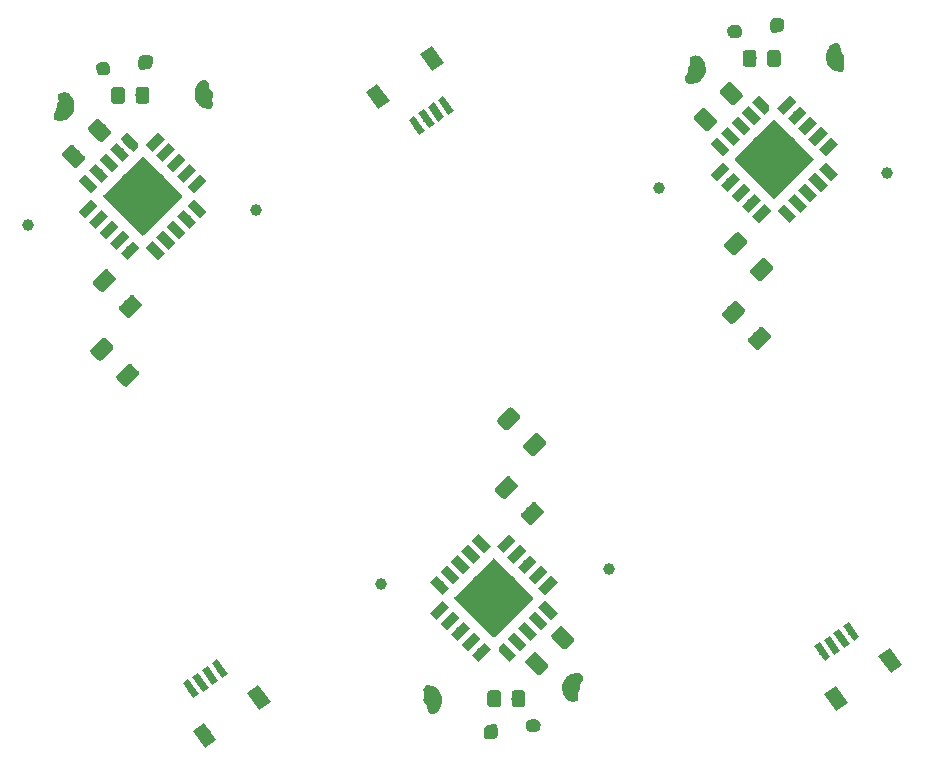
<source format=gbr>
%TF.GenerationSoftware,KiCad,Pcbnew,(5.0.2-5)-5*%
%TF.CreationDate,2022-10-07T21:03:46+07:00*%
%TF.ProjectId,gosanke,676f7361-6e6b-4652-9e6b-696361645f70,rev?*%
%TF.SameCoordinates,Original*%
%TF.FileFunction,Paste,Top*%
%TF.FilePolarity,Positive*%
%FSLAX46Y46*%
G04 Gerber Fmt 4.6, Leading zero omitted, Abs format (unit mm)*
G04 Created by KiCad (PCBNEW (5.0.2-5)-5) date 2022 October 07, Friday 21:03:46*
%MOMM*%
%LPD*%
G01*
G04 APERTURE LIST*
%ADD10C,0.150000*%
%ADD11C,0.100000*%
%ADD12C,1.000000*%
%ADD13C,4.800000*%
%ADD14C,0.800000*%
%ADD15C,1.300000*%
%ADD16C,0.600000*%
%ADD17C,1.200000*%
%ADD18C,1.150000*%
G04 APERTURE END LIST*
D10*
%TO.C,J4*%
G36*
X194338621Y-45281836D02*
X194288621Y-45001836D01*
X194288621Y-44771836D01*
X194318621Y-44571836D01*
X194338621Y-44431836D01*
X194388621Y-44351836D01*
X194518621Y-44311836D01*
X194778621Y-44301836D01*
X194918621Y-44291836D01*
X195068621Y-44291836D01*
X195248621Y-44321836D01*
X195278621Y-44351836D01*
X195308621Y-44411836D01*
X195338621Y-44511836D01*
X195338621Y-44611836D01*
X195338621Y-44761836D01*
X195308621Y-44881836D01*
X195288621Y-45011836D01*
X195248621Y-45121836D01*
X195198621Y-45181836D01*
X195058621Y-45281836D01*
X195018621Y-45291836D01*
X194968621Y-45301836D01*
X194848621Y-45321836D01*
X194588621Y-45371836D01*
X194458621Y-45371836D01*
X194398621Y-45321836D01*
X194388621Y-45311836D01*
X194338621Y-45281836D01*
G37*
X194338621Y-45281836D02*
X194288621Y-45001836D01*
X194288621Y-44771836D01*
X194318621Y-44571836D01*
X194338621Y-44431836D01*
X194388621Y-44351836D01*
X194518621Y-44311836D01*
X194778621Y-44301836D01*
X194918621Y-44291836D01*
X195068621Y-44291836D01*
X195248621Y-44321836D01*
X195278621Y-44351836D01*
X195308621Y-44411836D01*
X195338621Y-44511836D01*
X195338621Y-44611836D01*
X195338621Y-44761836D01*
X195308621Y-44881836D01*
X195288621Y-45011836D01*
X195248621Y-45121836D01*
X195198621Y-45181836D01*
X195058621Y-45281836D01*
X195018621Y-45291836D01*
X194968621Y-45301836D01*
X194848621Y-45321836D01*
X194588621Y-45371836D01*
X194458621Y-45371836D01*
X194398621Y-45321836D01*
X194388621Y-45311836D01*
X194338621Y-45281836D01*
G36*
X191708621Y-45181836D02*
X191628621Y-45001836D01*
X191578621Y-44921836D01*
X191508621Y-44891836D01*
X191348621Y-44861836D01*
X191258621Y-44861836D01*
X191108621Y-44861836D01*
X190958621Y-44881836D01*
X190828621Y-44951836D01*
X190728621Y-45061836D01*
X190688621Y-45211836D01*
X190678621Y-45351836D01*
X190738621Y-45491836D01*
X190758621Y-45591836D01*
X190788621Y-45651836D01*
X190888621Y-45761836D01*
X191038621Y-45801836D01*
X191138621Y-45811836D01*
X191288621Y-45811836D01*
X191398621Y-45811836D01*
X191528621Y-45761836D01*
X191658621Y-45691836D01*
X191698621Y-45631836D01*
X191728621Y-45521836D01*
X191738621Y-45421836D01*
X191738621Y-45321836D01*
X191728621Y-45231836D01*
X191718621Y-45211836D01*
X191708621Y-45181836D01*
G37*
X191708621Y-45181836D02*
X191628621Y-45001836D01*
X191578621Y-44921836D01*
X191508621Y-44891836D01*
X191348621Y-44861836D01*
X191258621Y-44861836D01*
X191108621Y-44861836D01*
X190958621Y-44881836D01*
X190828621Y-44951836D01*
X190728621Y-45061836D01*
X190688621Y-45211836D01*
X190678621Y-45351836D01*
X190738621Y-45491836D01*
X190758621Y-45591836D01*
X190788621Y-45651836D01*
X190888621Y-45761836D01*
X191038621Y-45801836D01*
X191138621Y-45811836D01*
X191288621Y-45811836D01*
X191398621Y-45811836D01*
X191528621Y-45761836D01*
X191658621Y-45691836D01*
X191698621Y-45631836D01*
X191728621Y-45521836D01*
X191738621Y-45421836D01*
X191738621Y-45321836D01*
X191728621Y-45231836D01*
X191718621Y-45211836D01*
X191708621Y-45181836D01*
G36*
X187868621Y-47451836D02*
X188218621Y-47501836D01*
X188298621Y-47571836D01*
X188408621Y-47711836D01*
X188468621Y-47771836D01*
X188568621Y-47921836D01*
X188598621Y-48001836D01*
X188628621Y-48101836D01*
X188638621Y-48191836D01*
X188698621Y-48471836D01*
X188678621Y-48671836D01*
X188618621Y-48961836D01*
X188568621Y-49071836D01*
X188378621Y-49271836D01*
X188318621Y-49381836D01*
X188238621Y-49451836D01*
X188168621Y-49501836D01*
X188028621Y-49581836D01*
X187908621Y-49631836D01*
X187608621Y-49711836D01*
X187438621Y-49711836D01*
X187358621Y-49701836D01*
X187208621Y-49641836D01*
X187148621Y-49571836D01*
X187108621Y-49461836D01*
X187108621Y-49341836D01*
X187128621Y-49211836D01*
X187188621Y-49091836D01*
X187248621Y-48991836D01*
X187288621Y-48901836D01*
X187318621Y-48781836D01*
X187358621Y-48641836D01*
X187368621Y-48511836D01*
X187378621Y-48421836D01*
X187418621Y-48371836D01*
X187428621Y-48291836D01*
X187518621Y-48231836D01*
X187518621Y-48021836D01*
X187508621Y-47891836D01*
X187498621Y-47911836D01*
X187498621Y-47791836D01*
X187488621Y-47691836D01*
X187508621Y-47621836D01*
X187548621Y-47531836D01*
X187598621Y-47501836D01*
X187728621Y-47461836D01*
X187798621Y-47451836D01*
X187888621Y-47441836D01*
X187958621Y-47451836D01*
X187868621Y-47451836D01*
G37*
X187868621Y-47451836D02*
X188218621Y-47501836D01*
X188298621Y-47571836D01*
X188408621Y-47711836D01*
X188468621Y-47771836D01*
X188568621Y-47921836D01*
X188598621Y-48001836D01*
X188628621Y-48101836D01*
X188638621Y-48191836D01*
X188698621Y-48471836D01*
X188678621Y-48671836D01*
X188618621Y-48961836D01*
X188568621Y-49071836D01*
X188378621Y-49271836D01*
X188318621Y-49381836D01*
X188238621Y-49451836D01*
X188168621Y-49501836D01*
X188028621Y-49581836D01*
X187908621Y-49631836D01*
X187608621Y-49711836D01*
X187438621Y-49711836D01*
X187358621Y-49701836D01*
X187208621Y-49641836D01*
X187148621Y-49571836D01*
X187108621Y-49461836D01*
X187108621Y-49341836D01*
X187128621Y-49211836D01*
X187188621Y-49091836D01*
X187248621Y-48991836D01*
X187288621Y-48901836D01*
X187318621Y-48781836D01*
X187358621Y-48641836D01*
X187368621Y-48511836D01*
X187378621Y-48421836D01*
X187418621Y-48371836D01*
X187428621Y-48291836D01*
X187518621Y-48231836D01*
X187518621Y-48021836D01*
X187508621Y-47891836D01*
X187498621Y-47911836D01*
X187498621Y-47791836D01*
X187488621Y-47691836D01*
X187508621Y-47621836D01*
X187548621Y-47531836D01*
X187598621Y-47501836D01*
X187728621Y-47461836D01*
X187798621Y-47451836D01*
X187888621Y-47441836D01*
X187958621Y-47451836D01*
X187868621Y-47451836D01*
G36*
X199968621Y-46521836D02*
X199928621Y-46441836D01*
X199878621Y-46401836D01*
X199828621Y-46381836D01*
X199768621Y-46371836D01*
X199688621Y-46371836D01*
X199618621Y-46401836D01*
X199538621Y-46441836D01*
X199468621Y-46481836D01*
X199398621Y-46541836D01*
X199318621Y-46631836D01*
X199268621Y-46731836D01*
X199188621Y-46861836D01*
X199138621Y-46961836D01*
X199108621Y-47081836D01*
X199068621Y-47241836D01*
X199058621Y-47421836D01*
X199048621Y-47701836D01*
X199078621Y-47911836D01*
X199158621Y-48121836D01*
X199308621Y-48281836D01*
X199428621Y-48391836D01*
X199548621Y-48481836D01*
X199688621Y-48571836D01*
X199848621Y-48621836D01*
X200058621Y-48681836D01*
X200208621Y-48701836D01*
X200268621Y-48671836D01*
X200338621Y-48591836D01*
X200418621Y-48461836D01*
X200428621Y-48361836D01*
X200398621Y-48231836D01*
X200358621Y-48051836D01*
X200348621Y-47941836D01*
X200378621Y-47861836D01*
X200398621Y-47781836D01*
X200418621Y-47661836D01*
X200428621Y-47541836D01*
X200398621Y-47451836D01*
X200358621Y-47341836D01*
X200258621Y-47231836D01*
X200178621Y-47171836D01*
X200118621Y-47081836D01*
X200098621Y-46871836D01*
X200058621Y-46671836D01*
X200018621Y-46581836D01*
X199978621Y-46511836D01*
X199968621Y-46521836D01*
G37*
X199968621Y-46521836D02*
X199928621Y-46441836D01*
X199878621Y-46401836D01*
X199828621Y-46381836D01*
X199768621Y-46371836D01*
X199688621Y-46371836D01*
X199618621Y-46401836D01*
X199538621Y-46441836D01*
X199468621Y-46481836D01*
X199398621Y-46541836D01*
X199318621Y-46631836D01*
X199268621Y-46731836D01*
X199188621Y-46861836D01*
X199138621Y-46961836D01*
X199108621Y-47081836D01*
X199068621Y-47241836D01*
X199058621Y-47421836D01*
X199048621Y-47701836D01*
X199078621Y-47911836D01*
X199158621Y-48121836D01*
X199308621Y-48281836D01*
X199428621Y-48391836D01*
X199548621Y-48481836D01*
X199688621Y-48571836D01*
X199848621Y-48621836D01*
X200058621Y-48681836D01*
X200208621Y-48701836D01*
X200268621Y-48671836D01*
X200338621Y-48591836D01*
X200418621Y-48461836D01*
X200428621Y-48361836D01*
X200398621Y-48231836D01*
X200358621Y-48051836D01*
X200348621Y-47941836D01*
X200378621Y-47861836D01*
X200398621Y-47781836D01*
X200418621Y-47661836D01*
X200428621Y-47541836D01*
X200398621Y-47451836D01*
X200358621Y-47341836D01*
X200258621Y-47231836D01*
X200178621Y-47171836D01*
X200118621Y-47081836D01*
X200098621Y-46871836D01*
X200058621Y-46671836D01*
X200018621Y-46581836D01*
X199978621Y-46511836D01*
X199968621Y-46521836D01*
G36*
X171040379Y-104146364D02*
X171090379Y-104426364D01*
X171090379Y-104656364D01*
X171060379Y-104856364D01*
X171040379Y-104996364D01*
X170990379Y-105076364D01*
X170860379Y-105116364D01*
X170600379Y-105126364D01*
X170460379Y-105136364D01*
X170310379Y-105136364D01*
X170130379Y-105106364D01*
X170100379Y-105076364D01*
X170070379Y-105016364D01*
X170040379Y-104916364D01*
X170040379Y-104816364D01*
X170040379Y-104666364D01*
X170070379Y-104546364D01*
X170090379Y-104416364D01*
X170130379Y-104306364D01*
X170180379Y-104246364D01*
X170320379Y-104146364D01*
X170360379Y-104136364D01*
X170410379Y-104126364D01*
X170530379Y-104106364D01*
X170790379Y-104056364D01*
X170920379Y-104056364D01*
X170980379Y-104106364D01*
X170990379Y-104116364D01*
X171040379Y-104146364D01*
G37*
X171040379Y-104146364D02*
X171090379Y-104426364D01*
X171090379Y-104656364D01*
X171060379Y-104856364D01*
X171040379Y-104996364D01*
X170990379Y-105076364D01*
X170860379Y-105116364D01*
X170600379Y-105126364D01*
X170460379Y-105136364D01*
X170310379Y-105136364D01*
X170130379Y-105106364D01*
X170100379Y-105076364D01*
X170070379Y-105016364D01*
X170040379Y-104916364D01*
X170040379Y-104816364D01*
X170040379Y-104666364D01*
X170070379Y-104546364D01*
X170090379Y-104416364D01*
X170130379Y-104306364D01*
X170180379Y-104246364D01*
X170320379Y-104146364D01*
X170360379Y-104136364D01*
X170410379Y-104126364D01*
X170530379Y-104106364D01*
X170790379Y-104056364D01*
X170920379Y-104056364D01*
X170980379Y-104106364D01*
X170990379Y-104116364D01*
X171040379Y-104146364D01*
G36*
X173670379Y-104246364D02*
X173750379Y-104426364D01*
X173800379Y-104506364D01*
X173870379Y-104536364D01*
X174030379Y-104566364D01*
X174120379Y-104566364D01*
X174270379Y-104566364D01*
X174420379Y-104546364D01*
X174550379Y-104476364D01*
X174650379Y-104366364D01*
X174690379Y-104216364D01*
X174700379Y-104076364D01*
X174640379Y-103936364D01*
X174620379Y-103836364D01*
X174590379Y-103776364D01*
X174490379Y-103666364D01*
X174340379Y-103626364D01*
X174240379Y-103616364D01*
X174090379Y-103616364D01*
X173980379Y-103616364D01*
X173850379Y-103666364D01*
X173720379Y-103736364D01*
X173680379Y-103796364D01*
X173650379Y-103906364D01*
X173640379Y-104006364D01*
X173640379Y-104106364D01*
X173650379Y-104196364D01*
X173660379Y-104216364D01*
X173670379Y-104246364D01*
G37*
X173670379Y-104246364D02*
X173750379Y-104426364D01*
X173800379Y-104506364D01*
X173870379Y-104536364D01*
X174030379Y-104566364D01*
X174120379Y-104566364D01*
X174270379Y-104566364D01*
X174420379Y-104546364D01*
X174550379Y-104476364D01*
X174650379Y-104366364D01*
X174690379Y-104216364D01*
X174700379Y-104076364D01*
X174640379Y-103936364D01*
X174620379Y-103836364D01*
X174590379Y-103776364D01*
X174490379Y-103666364D01*
X174340379Y-103626364D01*
X174240379Y-103616364D01*
X174090379Y-103616364D01*
X173980379Y-103616364D01*
X173850379Y-103666364D01*
X173720379Y-103736364D01*
X173680379Y-103796364D01*
X173650379Y-103906364D01*
X173640379Y-104006364D01*
X173640379Y-104106364D01*
X173650379Y-104196364D01*
X173660379Y-104216364D01*
X173670379Y-104246364D01*
G36*
X177510379Y-101976364D02*
X177160379Y-101926364D01*
X177080379Y-101856364D01*
X176970379Y-101716364D01*
X176910379Y-101656364D01*
X176810379Y-101506364D01*
X176780379Y-101426364D01*
X176750379Y-101326364D01*
X176740379Y-101236364D01*
X176680379Y-100956364D01*
X176700379Y-100756364D01*
X176760379Y-100466364D01*
X176810379Y-100356364D01*
X177000379Y-100156364D01*
X177060379Y-100046364D01*
X177140379Y-99976364D01*
X177210379Y-99926364D01*
X177350379Y-99846364D01*
X177470379Y-99796364D01*
X177770379Y-99716364D01*
X177940379Y-99716364D01*
X178020379Y-99726364D01*
X178170379Y-99786364D01*
X178230379Y-99856364D01*
X178270379Y-99966364D01*
X178270379Y-100086364D01*
X178250379Y-100216364D01*
X178190379Y-100336364D01*
X178130379Y-100436364D01*
X178090379Y-100526364D01*
X178060379Y-100646364D01*
X178020379Y-100786364D01*
X178010379Y-100916364D01*
X178000379Y-101006364D01*
X177960379Y-101056364D01*
X177950379Y-101136364D01*
X177860379Y-101196364D01*
X177860379Y-101406364D01*
X177870379Y-101536364D01*
X177880379Y-101516364D01*
X177880379Y-101636364D01*
X177890379Y-101736364D01*
X177870379Y-101806364D01*
X177830379Y-101896364D01*
X177780379Y-101926364D01*
X177650379Y-101966364D01*
X177580379Y-101976364D01*
X177490379Y-101986364D01*
X177420379Y-101976364D01*
X177510379Y-101976364D01*
G37*
X177510379Y-101976364D02*
X177160379Y-101926364D01*
X177080379Y-101856364D01*
X176970379Y-101716364D01*
X176910379Y-101656364D01*
X176810379Y-101506364D01*
X176780379Y-101426364D01*
X176750379Y-101326364D01*
X176740379Y-101236364D01*
X176680379Y-100956364D01*
X176700379Y-100756364D01*
X176760379Y-100466364D01*
X176810379Y-100356364D01*
X177000379Y-100156364D01*
X177060379Y-100046364D01*
X177140379Y-99976364D01*
X177210379Y-99926364D01*
X177350379Y-99846364D01*
X177470379Y-99796364D01*
X177770379Y-99716364D01*
X177940379Y-99716364D01*
X178020379Y-99726364D01*
X178170379Y-99786364D01*
X178230379Y-99856364D01*
X178270379Y-99966364D01*
X178270379Y-100086364D01*
X178250379Y-100216364D01*
X178190379Y-100336364D01*
X178130379Y-100436364D01*
X178090379Y-100526364D01*
X178060379Y-100646364D01*
X178020379Y-100786364D01*
X178010379Y-100916364D01*
X178000379Y-101006364D01*
X177960379Y-101056364D01*
X177950379Y-101136364D01*
X177860379Y-101196364D01*
X177860379Y-101406364D01*
X177870379Y-101536364D01*
X177880379Y-101516364D01*
X177880379Y-101636364D01*
X177890379Y-101736364D01*
X177870379Y-101806364D01*
X177830379Y-101896364D01*
X177780379Y-101926364D01*
X177650379Y-101966364D01*
X177580379Y-101976364D01*
X177490379Y-101986364D01*
X177420379Y-101976364D01*
X177510379Y-101976364D01*
G36*
X165410379Y-102906364D02*
X165450379Y-102986364D01*
X165500379Y-103026364D01*
X165550379Y-103046364D01*
X165610379Y-103056364D01*
X165690379Y-103056364D01*
X165760379Y-103026364D01*
X165840379Y-102986364D01*
X165910379Y-102946364D01*
X165980379Y-102886364D01*
X166060379Y-102796364D01*
X166110379Y-102696364D01*
X166190379Y-102566364D01*
X166240379Y-102466364D01*
X166270379Y-102346364D01*
X166310379Y-102186364D01*
X166320379Y-102006364D01*
X166330379Y-101726364D01*
X166300379Y-101516364D01*
X166220379Y-101306364D01*
X166070379Y-101146364D01*
X165950379Y-101036364D01*
X165830379Y-100946364D01*
X165690379Y-100856364D01*
X165530379Y-100806364D01*
X165320379Y-100746364D01*
X165170379Y-100726364D01*
X165110379Y-100756364D01*
X165040379Y-100836364D01*
X164960379Y-100966364D01*
X164950379Y-101066364D01*
X164980379Y-101196364D01*
X165020379Y-101376364D01*
X165030379Y-101486364D01*
X165000379Y-101566364D01*
X164980379Y-101646364D01*
X164960379Y-101766364D01*
X164950379Y-101886364D01*
X164980379Y-101976364D01*
X165020379Y-102086364D01*
X165120379Y-102196364D01*
X165200379Y-102256364D01*
X165260379Y-102346364D01*
X165280379Y-102556364D01*
X165320379Y-102756364D01*
X165360379Y-102846364D01*
X165400379Y-102916364D01*
X165410379Y-102906364D01*
G37*
X165410379Y-102906364D02*
X165450379Y-102986364D01*
X165500379Y-103026364D01*
X165550379Y-103046364D01*
X165610379Y-103056364D01*
X165690379Y-103056364D01*
X165760379Y-103026364D01*
X165840379Y-102986364D01*
X165910379Y-102946364D01*
X165980379Y-102886364D01*
X166060379Y-102796364D01*
X166110379Y-102696364D01*
X166190379Y-102566364D01*
X166240379Y-102466364D01*
X166270379Y-102346364D01*
X166310379Y-102186364D01*
X166320379Y-102006364D01*
X166330379Y-101726364D01*
X166300379Y-101516364D01*
X166220379Y-101306364D01*
X166070379Y-101146364D01*
X165950379Y-101036364D01*
X165830379Y-100946364D01*
X165690379Y-100856364D01*
X165530379Y-100806364D01*
X165320379Y-100746364D01*
X165170379Y-100726364D01*
X165110379Y-100756364D01*
X165040379Y-100836364D01*
X164960379Y-100966364D01*
X164950379Y-101066364D01*
X164980379Y-101196364D01*
X165020379Y-101376364D01*
X165030379Y-101486364D01*
X165000379Y-101566364D01*
X164980379Y-101646364D01*
X164960379Y-101766364D01*
X164950379Y-101886364D01*
X164980379Y-101976364D01*
X165020379Y-102086364D01*
X165120379Y-102196364D01*
X165200379Y-102256364D01*
X165260379Y-102346364D01*
X165280379Y-102556364D01*
X165320379Y-102756364D01*
X165360379Y-102846364D01*
X165400379Y-102916364D01*
X165410379Y-102906364D01*
G36*
X140871621Y-48406036D02*
X140821621Y-48126036D01*
X140821621Y-47896036D01*
X140851621Y-47696036D01*
X140871621Y-47556036D01*
X140921621Y-47476036D01*
X141051621Y-47436036D01*
X141311621Y-47426036D01*
X141451621Y-47416036D01*
X141601621Y-47416036D01*
X141781621Y-47446036D01*
X141811621Y-47476036D01*
X141841621Y-47536036D01*
X141871621Y-47636036D01*
X141871621Y-47736036D01*
X141871621Y-47886036D01*
X141841621Y-48006036D01*
X141821621Y-48136036D01*
X141781621Y-48246036D01*
X141731621Y-48306036D01*
X141591621Y-48406036D01*
X141551621Y-48416036D01*
X141501621Y-48426036D01*
X141381621Y-48446036D01*
X141121621Y-48496036D01*
X140991621Y-48496036D01*
X140931621Y-48446036D01*
X140921621Y-48436036D01*
X140871621Y-48406036D01*
G37*
X140871621Y-48406036D02*
X140821621Y-48126036D01*
X140821621Y-47896036D01*
X140851621Y-47696036D01*
X140871621Y-47556036D01*
X140921621Y-47476036D01*
X141051621Y-47436036D01*
X141311621Y-47426036D01*
X141451621Y-47416036D01*
X141601621Y-47416036D01*
X141781621Y-47446036D01*
X141811621Y-47476036D01*
X141841621Y-47536036D01*
X141871621Y-47636036D01*
X141871621Y-47736036D01*
X141871621Y-47886036D01*
X141841621Y-48006036D01*
X141821621Y-48136036D01*
X141781621Y-48246036D01*
X141731621Y-48306036D01*
X141591621Y-48406036D01*
X141551621Y-48416036D01*
X141501621Y-48426036D01*
X141381621Y-48446036D01*
X141121621Y-48496036D01*
X140991621Y-48496036D01*
X140931621Y-48446036D01*
X140921621Y-48436036D01*
X140871621Y-48406036D01*
G36*
X138241621Y-48306036D02*
X138161621Y-48126036D01*
X138111621Y-48046036D01*
X138041621Y-48016036D01*
X137881621Y-47986036D01*
X137791621Y-47986036D01*
X137641621Y-47986036D01*
X137491621Y-48006036D01*
X137361621Y-48076036D01*
X137261621Y-48186036D01*
X137221621Y-48336036D01*
X137211621Y-48476036D01*
X137271621Y-48616036D01*
X137291621Y-48716036D01*
X137321621Y-48776036D01*
X137421621Y-48886036D01*
X137571621Y-48926036D01*
X137671621Y-48936036D01*
X137821621Y-48936036D01*
X137931621Y-48936036D01*
X138061621Y-48886036D01*
X138191621Y-48816036D01*
X138231621Y-48756036D01*
X138261621Y-48646036D01*
X138271621Y-48546036D01*
X138271621Y-48446036D01*
X138261621Y-48356036D01*
X138251621Y-48336036D01*
X138241621Y-48306036D01*
G37*
X138241621Y-48306036D02*
X138161621Y-48126036D01*
X138111621Y-48046036D01*
X138041621Y-48016036D01*
X137881621Y-47986036D01*
X137791621Y-47986036D01*
X137641621Y-47986036D01*
X137491621Y-48006036D01*
X137361621Y-48076036D01*
X137261621Y-48186036D01*
X137221621Y-48336036D01*
X137211621Y-48476036D01*
X137271621Y-48616036D01*
X137291621Y-48716036D01*
X137321621Y-48776036D01*
X137421621Y-48886036D01*
X137571621Y-48926036D01*
X137671621Y-48936036D01*
X137821621Y-48936036D01*
X137931621Y-48936036D01*
X138061621Y-48886036D01*
X138191621Y-48816036D01*
X138231621Y-48756036D01*
X138261621Y-48646036D01*
X138271621Y-48546036D01*
X138271621Y-48446036D01*
X138261621Y-48356036D01*
X138251621Y-48336036D01*
X138241621Y-48306036D01*
G36*
X134401621Y-50576036D02*
X134751621Y-50626036D01*
X134831621Y-50696036D01*
X134941621Y-50836036D01*
X135001621Y-50896036D01*
X135101621Y-51046036D01*
X135131621Y-51126036D01*
X135161621Y-51226036D01*
X135171621Y-51316036D01*
X135231621Y-51596036D01*
X135211621Y-51796036D01*
X135151621Y-52086036D01*
X135101621Y-52196036D01*
X134911621Y-52396036D01*
X134851621Y-52506036D01*
X134771621Y-52576036D01*
X134701621Y-52626036D01*
X134561621Y-52706036D01*
X134441621Y-52756036D01*
X134141621Y-52836036D01*
X133971621Y-52836036D01*
X133891621Y-52826036D01*
X133741621Y-52766036D01*
X133681621Y-52696036D01*
X133641621Y-52586036D01*
X133641621Y-52466036D01*
X133661621Y-52336036D01*
X133721621Y-52216036D01*
X133781621Y-52116036D01*
X133821621Y-52026036D01*
X133851621Y-51906036D01*
X133891621Y-51766036D01*
X133901621Y-51636036D01*
X133911621Y-51546036D01*
X133951621Y-51496036D01*
X133961621Y-51416036D01*
X134051621Y-51356036D01*
X134051621Y-51146036D01*
X134041621Y-51016036D01*
X134031621Y-51036036D01*
X134031621Y-50916036D01*
X134021621Y-50816036D01*
X134041621Y-50746036D01*
X134081621Y-50656036D01*
X134131621Y-50626036D01*
X134261621Y-50586036D01*
X134331621Y-50576036D01*
X134421621Y-50566036D01*
X134491621Y-50576036D01*
X134401621Y-50576036D01*
G37*
X134401621Y-50576036D02*
X134751621Y-50626036D01*
X134831621Y-50696036D01*
X134941621Y-50836036D01*
X135001621Y-50896036D01*
X135101621Y-51046036D01*
X135131621Y-51126036D01*
X135161621Y-51226036D01*
X135171621Y-51316036D01*
X135231621Y-51596036D01*
X135211621Y-51796036D01*
X135151621Y-52086036D01*
X135101621Y-52196036D01*
X134911621Y-52396036D01*
X134851621Y-52506036D01*
X134771621Y-52576036D01*
X134701621Y-52626036D01*
X134561621Y-52706036D01*
X134441621Y-52756036D01*
X134141621Y-52836036D01*
X133971621Y-52836036D01*
X133891621Y-52826036D01*
X133741621Y-52766036D01*
X133681621Y-52696036D01*
X133641621Y-52586036D01*
X133641621Y-52466036D01*
X133661621Y-52336036D01*
X133721621Y-52216036D01*
X133781621Y-52116036D01*
X133821621Y-52026036D01*
X133851621Y-51906036D01*
X133891621Y-51766036D01*
X133901621Y-51636036D01*
X133911621Y-51546036D01*
X133951621Y-51496036D01*
X133961621Y-51416036D01*
X134051621Y-51356036D01*
X134051621Y-51146036D01*
X134041621Y-51016036D01*
X134031621Y-51036036D01*
X134031621Y-50916036D01*
X134021621Y-50816036D01*
X134041621Y-50746036D01*
X134081621Y-50656036D01*
X134131621Y-50626036D01*
X134261621Y-50586036D01*
X134331621Y-50576036D01*
X134421621Y-50566036D01*
X134491621Y-50576036D01*
X134401621Y-50576036D01*
G36*
X146501621Y-49646036D02*
X146461621Y-49566036D01*
X146411621Y-49526036D01*
X146361621Y-49506036D01*
X146301621Y-49496036D01*
X146221621Y-49496036D01*
X146151621Y-49526036D01*
X146071621Y-49566036D01*
X146001621Y-49606036D01*
X145931621Y-49666036D01*
X145851621Y-49756036D01*
X145801621Y-49856036D01*
X145721621Y-49986036D01*
X145671621Y-50086036D01*
X145641621Y-50206036D01*
X145601621Y-50366036D01*
X145591621Y-50546036D01*
X145581621Y-50826036D01*
X145611621Y-51036036D01*
X145691621Y-51246036D01*
X145841621Y-51406036D01*
X145961621Y-51516036D01*
X146081621Y-51606036D01*
X146221621Y-51696036D01*
X146381621Y-51746036D01*
X146591621Y-51806036D01*
X146741621Y-51826036D01*
X146801621Y-51796036D01*
X146871621Y-51716036D01*
X146951621Y-51586036D01*
X146961621Y-51486036D01*
X146931621Y-51356036D01*
X146891621Y-51176036D01*
X146881621Y-51066036D01*
X146911621Y-50986036D01*
X146931621Y-50906036D01*
X146951621Y-50786036D01*
X146961621Y-50666036D01*
X146931621Y-50576036D01*
X146891621Y-50466036D01*
X146791621Y-50356036D01*
X146711621Y-50296036D01*
X146651621Y-50206036D01*
X146631621Y-49996036D01*
X146591621Y-49796036D01*
X146551621Y-49706036D01*
X146511621Y-49636036D01*
X146501621Y-49646036D01*
G37*
X146501621Y-49646036D02*
X146461621Y-49566036D01*
X146411621Y-49526036D01*
X146361621Y-49506036D01*
X146301621Y-49496036D01*
X146221621Y-49496036D01*
X146151621Y-49526036D01*
X146071621Y-49566036D01*
X146001621Y-49606036D01*
X145931621Y-49666036D01*
X145851621Y-49756036D01*
X145801621Y-49856036D01*
X145721621Y-49986036D01*
X145671621Y-50086036D01*
X145641621Y-50206036D01*
X145601621Y-50366036D01*
X145591621Y-50546036D01*
X145581621Y-50826036D01*
X145611621Y-51036036D01*
X145691621Y-51246036D01*
X145841621Y-51406036D01*
X145961621Y-51516036D01*
X146081621Y-51606036D01*
X146221621Y-51696036D01*
X146381621Y-51746036D01*
X146591621Y-51806036D01*
X146741621Y-51826036D01*
X146801621Y-51796036D01*
X146871621Y-51716036D01*
X146951621Y-51586036D01*
X146961621Y-51486036D01*
X146931621Y-51356036D01*
X146891621Y-51176036D01*
X146881621Y-51066036D01*
X146911621Y-50986036D01*
X146931621Y-50906036D01*
X146951621Y-50786036D01*
X146961621Y-50666036D01*
X146931621Y-50576036D01*
X146891621Y-50466036D01*
X146791621Y-50356036D01*
X146711621Y-50296036D01*
X146651621Y-50206036D01*
X146631621Y-49996036D01*
X146591621Y-49796036D01*
X146551621Y-49706036D01*
X146511621Y-49636036D01*
X146501621Y-49646036D01*
D11*
%TO.C,U1*%
G36*
X193250401Y-50738321D02*
X192684716Y-51304007D01*
X193745376Y-52364667D01*
X194134285Y-51975758D01*
X194134285Y-51622205D01*
X193250401Y-50738321D01*
G37*
G36*
X172128599Y-98689879D02*
X172694284Y-98124193D01*
X171633624Y-97063533D01*
X171244715Y-97452442D01*
X171244715Y-97805995D01*
X172128599Y-98689879D01*
G37*
G36*
X139783401Y-53862521D02*
X139217716Y-54428207D01*
X140278376Y-55488867D01*
X140667285Y-55099958D01*
X140667285Y-54746405D01*
X139783401Y-53862521D01*
G37*
%TD*%
D12*
%TO.C,J4*%
X184844621Y-58595836D03*
X204148621Y-57325836D03*
%TD*%
%TO.C,J4*%
X180534379Y-90832364D03*
X161230379Y-92102364D03*
%TD*%
%TO.C,J4*%
X131377621Y-61720036D03*
X150681621Y-60450036D03*
%TD*%
D11*
%TO.C,U1*%
G36*
X194570311Y-52803859D02*
X194581960Y-52805587D01*
X194593383Y-52808448D01*
X194604471Y-52812415D01*
X194615117Y-52817450D01*
X194625217Y-52823505D01*
X194634676Y-52830520D01*
X194643402Y-52838428D01*
X197867809Y-56062835D01*
X197875717Y-56071561D01*
X197882732Y-56081020D01*
X197888787Y-56091120D01*
X197893822Y-56101766D01*
X197897789Y-56112854D01*
X197900650Y-56124277D01*
X197902378Y-56135926D01*
X197902956Y-56147688D01*
X197902378Y-56159450D01*
X197900650Y-56171099D01*
X197897789Y-56182522D01*
X197893822Y-56193610D01*
X197888787Y-56204256D01*
X197882732Y-56214356D01*
X197875717Y-56223815D01*
X197867809Y-56232541D01*
X194643402Y-59456948D01*
X194634676Y-59464856D01*
X194625217Y-59471871D01*
X194615117Y-59477926D01*
X194604471Y-59482961D01*
X194593383Y-59486928D01*
X194581960Y-59489789D01*
X194570311Y-59491517D01*
X194558549Y-59492095D01*
X194546787Y-59491517D01*
X194535138Y-59489789D01*
X194523715Y-59486928D01*
X194512627Y-59482961D01*
X194501981Y-59477926D01*
X194491881Y-59471871D01*
X194482422Y-59464856D01*
X194473696Y-59456948D01*
X191249289Y-56232541D01*
X191241381Y-56223815D01*
X191234366Y-56214356D01*
X191228311Y-56204256D01*
X191223276Y-56193610D01*
X191219309Y-56182522D01*
X191216448Y-56171099D01*
X191214720Y-56159450D01*
X191214142Y-56147688D01*
X191214720Y-56135926D01*
X191216448Y-56124277D01*
X191219309Y-56112854D01*
X191223276Y-56101766D01*
X191228311Y-56091120D01*
X191234366Y-56081020D01*
X191241381Y-56071561D01*
X191249289Y-56062835D01*
X194473696Y-52838428D01*
X194482422Y-52830520D01*
X194491881Y-52823505D01*
X194501981Y-52817450D01*
X194512627Y-52812415D01*
X194523715Y-52808448D01*
X194535138Y-52805587D01*
X194546787Y-52803859D01*
X194558549Y-52803281D01*
X194570311Y-52803859D01*
X194570311Y-52803859D01*
G37*
D13*
X194558549Y-56147688D03*
D14*
X193497889Y-51551494D03*
D11*
G36*
X193497889Y-52117179D02*
X192932204Y-51551494D01*
X193497889Y-50985809D01*
X194063574Y-51551494D01*
X193497889Y-52117179D01*
X193497889Y-52117179D01*
G37*
D14*
X192614005Y-52435377D03*
D11*
G36*
X192861492Y-53248550D02*
X191800832Y-52187890D01*
X192366518Y-51622204D01*
X193427178Y-52682864D01*
X192861492Y-53248550D01*
X192861492Y-53248550D01*
G37*
D14*
X191730122Y-53319261D03*
D11*
G36*
X191977609Y-54132434D02*
X190916949Y-53071774D01*
X191482635Y-52506088D01*
X192543295Y-53566748D01*
X191977609Y-54132434D01*
X191977609Y-54132434D01*
G37*
D14*
X190846238Y-54203144D03*
D11*
G36*
X191093725Y-55016317D02*
X190033065Y-53955657D01*
X190598751Y-53389971D01*
X191659411Y-54450631D01*
X191093725Y-55016317D01*
X191093725Y-55016317D01*
G37*
D14*
X189962355Y-55087028D03*
D11*
G36*
X190209842Y-55900201D02*
X189149182Y-54839541D01*
X189714868Y-54273855D01*
X190775528Y-55334515D01*
X190209842Y-55900201D01*
X190209842Y-55900201D01*
G37*
D14*
X189962355Y-57208348D03*
D11*
G36*
X190775528Y-56960861D02*
X189714868Y-58021521D01*
X189149182Y-57455835D01*
X190209842Y-56395175D01*
X190775528Y-56960861D01*
X190775528Y-56960861D01*
G37*
D14*
X190846238Y-58092232D03*
D11*
G36*
X191659411Y-57844745D02*
X190598751Y-58905405D01*
X190033065Y-58339719D01*
X191093725Y-57279059D01*
X191659411Y-57844745D01*
X191659411Y-57844745D01*
G37*
D14*
X191730122Y-58976115D03*
D11*
G36*
X192543295Y-58728628D02*
X191482635Y-59789288D01*
X190916949Y-59223602D01*
X191977609Y-58162942D01*
X192543295Y-58728628D01*
X192543295Y-58728628D01*
G37*
D14*
X192614005Y-59859999D03*
D11*
G36*
X193427178Y-59612512D02*
X192366518Y-60673172D01*
X191800832Y-60107486D01*
X192861492Y-59046826D01*
X193427178Y-59612512D01*
X193427178Y-59612512D01*
G37*
D14*
X193497889Y-60743882D03*
D11*
G36*
X194311062Y-60496395D02*
X193250402Y-61557055D01*
X192684716Y-60991369D01*
X193745376Y-59930709D01*
X194311062Y-60496395D01*
X194311062Y-60496395D01*
G37*
D14*
X195619209Y-60743882D03*
D11*
G36*
X195371722Y-59930709D02*
X196432382Y-60991369D01*
X195866696Y-61557055D01*
X194806036Y-60496395D01*
X195371722Y-59930709D01*
X195371722Y-59930709D01*
G37*
D14*
X196503093Y-59859999D03*
D11*
G36*
X196255606Y-59046826D02*
X197316266Y-60107486D01*
X196750580Y-60673172D01*
X195689920Y-59612512D01*
X196255606Y-59046826D01*
X196255606Y-59046826D01*
G37*
D14*
X197386976Y-58976115D03*
D11*
G36*
X197139489Y-58162942D02*
X198200149Y-59223602D01*
X197634463Y-59789288D01*
X196573803Y-58728628D01*
X197139489Y-58162942D01*
X197139489Y-58162942D01*
G37*
D14*
X198270860Y-58092232D03*
D11*
G36*
X198023373Y-57279059D02*
X199084033Y-58339719D01*
X198518347Y-58905405D01*
X197457687Y-57844745D01*
X198023373Y-57279059D01*
X198023373Y-57279059D01*
G37*
D14*
X199154743Y-57208348D03*
D11*
G36*
X198907256Y-56395175D02*
X199967916Y-57455835D01*
X199402230Y-58021521D01*
X198341570Y-56960861D01*
X198907256Y-56395175D01*
X198907256Y-56395175D01*
G37*
D14*
X199154743Y-55087028D03*
D11*
G36*
X198341570Y-55334515D02*
X199402230Y-54273855D01*
X199967916Y-54839541D01*
X198907256Y-55900201D01*
X198341570Y-55334515D01*
X198341570Y-55334515D01*
G37*
D14*
X198270860Y-54203144D03*
D11*
G36*
X197457687Y-54450631D02*
X198518347Y-53389971D01*
X199084033Y-53955657D01*
X198023373Y-55016317D01*
X197457687Y-54450631D01*
X197457687Y-54450631D01*
G37*
D14*
X197386976Y-53319261D03*
D11*
G36*
X196573803Y-53566748D02*
X197634463Y-52506088D01*
X198200149Y-53071774D01*
X197139489Y-54132434D01*
X196573803Y-53566748D01*
X196573803Y-53566748D01*
G37*
D14*
X196503093Y-52435377D03*
D11*
G36*
X195689920Y-52682864D02*
X196750580Y-51622204D01*
X197316266Y-52187890D01*
X196255606Y-53248550D01*
X195689920Y-52682864D01*
X195689920Y-52682864D01*
G37*
D14*
X195619209Y-51551494D03*
D11*
G36*
X194806036Y-51798981D02*
X195866696Y-50738321D01*
X196432382Y-51304007D01*
X195371722Y-52364667D01*
X194806036Y-51798981D01*
X194806036Y-51798981D01*
G37*
%TD*%
%TO.C,R1*%
G36*
X191289387Y-68136003D02*
X191313655Y-68139603D01*
X191337454Y-68145564D01*
X191360553Y-68153829D01*
X191382732Y-68164319D01*
X191403775Y-68176931D01*
X191423481Y-68191546D01*
X191441659Y-68208022D01*
X192007346Y-68773709D01*
X192023822Y-68791887D01*
X192038437Y-68811593D01*
X192051049Y-68832636D01*
X192061539Y-68854815D01*
X192069804Y-68877914D01*
X192075765Y-68901713D01*
X192079365Y-68925981D01*
X192080569Y-68950485D01*
X192079365Y-68974989D01*
X192075765Y-68999257D01*
X192069804Y-69023056D01*
X192061539Y-69046155D01*
X192051049Y-69068334D01*
X192038437Y-69089377D01*
X192023822Y-69109083D01*
X192007346Y-69127261D01*
X191123461Y-70011146D01*
X191105283Y-70027622D01*
X191085577Y-70042237D01*
X191064534Y-70054849D01*
X191042355Y-70065339D01*
X191019256Y-70073604D01*
X190995457Y-70079565D01*
X190971189Y-70083165D01*
X190946685Y-70084369D01*
X190922181Y-70083165D01*
X190897913Y-70079565D01*
X190874114Y-70073604D01*
X190851015Y-70065339D01*
X190828836Y-70054849D01*
X190807793Y-70042237D01*
X190788087Y-70027622D01*
X190769909Y-70011146D01*
X190204222Y-69445459D01*
X190187746Y-69427281D01*
X190173131Y-69407575D01*
X190160519Y-69386532D01*
X190150029Y-69364353D01*
X190141764Y-69341254D01*
X190135803Y-69317455D01*
X190132203Y-69293187D01*
X190130999Y-69268683D01*
X190132203Y-69244179D01*
X190135803Y-69219911D01*
X190141764Y-69196112D01*
X190150029Y-69173013D01*
X190160519Y-69150834D01*
X190173131Y-69129791D01*
X190187746Y-69110085D01*
X190204222Y-69091907D01*
X191088107Y-68208022D01*
X191106285Y-68191546D01*
X191125991Y-68176931D01*
X191147034Y-68164319D01*
X191169213Y-68153829D01*
X191192312Y-68145564D01*
X191216111Y-68139603D01*
X191240379Y-68136003D01*
X191264883Y-68134799D01*
X191289387Y-68136003D01*
X191289387Y-68136003D01*
G37*
D15*
X191105784Y-69109584D03*
D11*
G36*
X193481419Y-70328035D02*
X193505687Y-70331635D01*
X193529486Y-70337596D01*
X193552585Y-70345861D01*
X193574764Y-70356351D01*
X193595807Y-70368963D01*
X193615513Y-70383578D01*
X193633691Y-70400054D01*
X194199378Y-70965741D01*
X194215854Y-70983919D01*
X194230469Y-71003625D01*
X194243081Y-71024668D01*
X194253571Y-71046847D01*
X194261836Y-71069946D01*
X194267797Y-71093745D01*
X194271397Y-71118013D01*
X194272601Y-71142517D01*
X194271397Y-71167021D01*
X194267797Y-71191289D01*
X194261836Y-71215088D01*
X194253571Y-71238187D01*
X194243081Y-71260366D01*
X194230469Y-71281409D01*
X194215854Y-71301115D01*
X194199378Y-71319293D01*
X193315493Y-72203178D01*
X193297315Y-72219654D01*
X193277609Y-72234269D01*
X193256566Y-72246881D01*
X193234387Y-72257371D01*
X193211288Y-72265636D01*
X193187489Y-72271597D01*
X193163221Y-72275197D01*
X193138717Y-72276401D01*
X193114213Y-72275197D01*
X193089945Y-72271597D01*
X193066146Y-72265636D01*
X193043047Y-72257371D01*
X193020868Y-72246881D01*
X192999825Y-72234269D01*
X192980119Y-72219654D01*
X192961941Y-72203178D01*
X192396254Y-71637491D01*
X192379778Y-71619313D01*
X192365163Y-71599607D01*
X192352551Y-71578564D01*
X192342061Y-71556385D01*
X192333796Y-71533286D01*
X192327835Y-71509487D01*
X192324235Y-71485219D01*
X192323031Y-71460715D01*
X192324235Y-71436211D01*
X192327835Y-71411943D01*
X192333796Y-71388144D01*
X192342061Y-71365045D01*
X192352551Y-71342866D01*
X192365163Y-71321823D01*
X192379778Y-71302117D01*
X192396254Y-71283939D01*
X193280139Y-70400054D01*
X193298317Y-70383578D01*
X193318023Y-70368963D01*
X193339066Y-70356351D01*
X193361245Y-70345861D01*
X193384344Y-70337596D01*
X193408143Y-70331635D01*
X193432411Y-70328035D01*
X193456915Y-70326831D01*
X193481419Y-70328035D01*
X193481419Y-70328035D01*
G37*
D15*
X193297816Y-71301616D03*
%TD*%
D11*
%TO.C,R2*%
G36*
X193684619Y-64511435D02*
X193708887Y-64515035D01*
X193732686Y-64520996D01*
X193755785Y-64529261D01*
X193777964Y-64539751D01*
X193799007Y-64552363D01*
X193818713Y-64566978D01*
X193836891Y-64583454D01*
X194402578Y-65149141D01*
X194419054Y-65167319D01*
X194433669Y-65187025D01*
X194446281Y-65208068D01*
X194456771Y-65230247D01*
X194465036Y-65253346D01*
X194470997Y-65277145D01*
X194474597Y-65301413D01*
X194475801Y-65325917D01*
X194474597Y-65350421D01*
X194470997Y-65374689D01*
X194465036Y-65398488D01*
X194456771Y-65421587D01*
X194446281Y-65443766D01*
X194433669Y-65464809D01*
X194419054Y-65484515D01*
X194402578Y-65502693D01*
X193518693Y-66386578D01*
X193500515Y-66403054D01*
X193480809Y-66417669D01*
X193459766Y-66430281D01*
X193437587Y-66440771D01*
X193414488Y-66449036D01*
X193390689Y-66454997D01*
X193366421Y-66458597D01*
X193341917Y-66459801D01*
X193317413Y-66458597D01*
X193293145Y-66454997D01*
X193269346Y-66449036D01*
X193246247Y-66440771D01*
X193224068Y-66430281D01*
X193203025Y-66417669D01*
X193183319Y-66403054D01*
X193165141Y-66386578D01*
X192599454Y-65820891D01*
X192582978Y-65802713D01*
X192568363Y-65783007D01*
X192555751Y-65761964D01*
X192545261Y-65739785D01*
X192536996Y-65716686D01*
X192531035Y-65692887D01*
X192527435Y-65668619D01*
X192526231Y-65644115D01*
X192527435Y-65619611D01*
X192531035Y-65595343D01*
X192536996Y-65571544D01*
X192545261Y-65548445D01*
X192555751Y-65526266D01*
X192568363Y-65505223D01*
X192582978Y-65485517D01*
X192599454Y-65467339D01*
X193483339Y-64583454D01*
X193501517Y-64566978D01*
X193521223Y-64552363D01*
X193542266Y-64539751D01*
X193564445Y-64529261D01*
X193587544Y-64520996D01*
X193611343Y-64515035D01*
X193635611Y-64511435D01*
X193660115Y-64510231D01*
X193684619Y-64511435D01*
X193684619Y-64511435D01*
G37*
D15*
X193501016Y-65485016D03*
D11*
G36*
X191492587Y-62319403D02*
X191516855Y-62323003D01*
X191540654Y-62328964D01*
X191563753Y-62337229D01*
X191585932Y-62347719D01*
X191606975Y-62360331D01*
X191626681Y-62374946D01*
X191644859Y-62391422D01*
X192210546Y-62957109D01*
X192227022Y-62975287D01*
X192241637Y-62994993D01*
X192254249Y-63016036D01*
X192264739Y-63038215D01*
X192273004Y-63061314D01*
X192278965Y-63085113D01*
X192282565Y-63109381D01*
X192283769Y-63133885D01*
X192282565Y-63158389D01*
X192278965Y-63182657D01*
X192273004Y-63206456D01*
X192264739Y-63229555D01*
X192254249Y-63251734D01*
X192241637Y-63272777D01*
X192227022Y-63292483D01*
X192210546Y-63310661D01*
X191326661Y-64194546D01*
X191308483Y-64211022D01*
X191288777Y-64225637D01*
X191267734Y-64238249D01*
X191245555Y-64248739D01*
X191222456Y-64257004D01*
X191198657Y-64262965D01*
X191174389Y-64266565D01*
X191149885Y-64267769D01*
X191125381Y-64266565D01*
X191101113Y-64262965D01*
X191077314Y-64257004D01*
X191054215Y-64248739D01*
X191032036Y-64238249D01*
X191010993Y-64225637D01*
X190991287Y-64211022D01*
X190973109Y-64194546D01*
X190407422Y-63628859D01*
X190390946Y-63610681D01*
X190376331Y-63590975D01*
X190363719Y-63569932D01*
X190353229Y-63547753D01*
X190344964Y-63524654D01*
X190339003Y-63500855D01*
X190335403Y-63476587D01*
X190334199Y-63452083D01*
X190335403Y-63427579D01*
X190339003Y-63403311D01*
X190344964Y-63379512D01*
X190353229Y-63356413D01*
X190363719Y-63334234D01*
X190376331Y-63313191D01*
X190390946Y-63293485D01*
X190407422Y-63275307D01*
X191291307Y-62391422D01*
X191309485Y-62374946D01*
X191329191Y-62360331D01*
X191350234Y-62347719D01*
X191372413Y-62337229D01*
X191395512Y-62328964D01*
X191419311Y-62323003D01*
X191443579Y-62319403D01*
X191468083Y-62318199D01*
X191492587Y-62319403D01*
X191492587Y-62319403D01*
G37*
D15*
X191308984Y-63292984D03*
%TD*%
D11*
%TO.C,R3*%
G36*
X188589394Y-51795812D02*
X188613662Y-51799412D01*
X188637461Y-51805373D01*
X188660560Y-51813638D01*
X188682739Y-51824128D01*
X188703782Y-51836740D01*
X188723488Y-51851355D01*
X188741666Y-51867831D01*
X189625551Y-52751716D01*
X189642027Y-52769894D01*
X189656642Y-52789600D01*
X189669254Y-52810643D01*
X189679744Y-52832822D01*
X189688009Y-52855921D01*
X189693970Y-52879720D01*
X189697570Y-52903988D01*
X189698774Y-52928492D01*
X189697570Y-52952996D01*
X189693970Y-52977264D01*
X189688009Y-53001063D01*
X189679744Y-53024162D01*
X189669254Y-53046341D01*
X189656642Y-53067384D01*
X189642027Y-53087090D01*
X189625551Y-53105268D01*
X189059864Y-53670955D01*
X189041686Y-53687431D01*
X189021980Y-53702046D01*
X189000937Y-53714658D01*
X188978758Y-53725148D01*
X188955659Y-53733413D01*
X188931860Y-53739374D01*
X188907592Y-53742974D01*
X188883088Y-53744178D01*
X188858584Y-53742974D01*
X188834316Y-53739374D01*
X188810517Y-53733413D01*
X188787418Y-53725148D01*
X188765239Y-53714658D01*
X188744196Y-53702046D01*
X188724490Y-53687431D01*
X188706312Y-53670955D01*
X187822427Y-52787070D01*
X187805951Y-52768892D01*
X187791336Y-52749186D01*
X187778724Y-52728143D01*
X187768234Y-52705964D01*
X187759969Y-52682865D01*
X187754008Y-52659066D01*
X187750408Y-52634798D01*
X187749204Y-52610294D01*
X187750408Y-52585790D01*
X187754008Y-52561522D01*
X187759969Y-52537723D01*
X187768234Y-52514624D01*
X187778724Y-52492445D01*
X187791336Y-52471402D01*
X187805951Y-52451696D01*
X187822427Y-52433518D01*
X188388114Y-51867831D01*
X188406292Y-51851355D01*
X188425998Y-51836740D01*
X188447041Y-51824128D01*
X188469220Y-51813638D01*
X188492319Y-51805373D01*
X188516118Y-51799412D01*
X188540386Y-51795812D01*
X188564890Y-51794608D01*
X188589394Y-51795812D01*
X188589394Y-51795812D01*
G37*
D15*
X188723989Y-52769393D03*
D11*
G36*
X190781426Y-49603780D02*
X190805694Y-49607380D01*
X190829493Y-49613341D01*
X190852592Y-49621606D01*
X190874771Y-49632096D01*
X190895814Y-49644708D01*
X190915520Y-49659323D01*
X190933698Y-49675799D01*
X191817583Y-50559684D01*
X191834059Y-50577862D01*
X191848674Y-50597568D01*
X191861286Y-50618611D01*
X191871776Y-50640790D01*
X191880041Y-50663889D01*
X191886002Y-50687688D01*
X191889602Y-50711956D01*
X191890806Y-50736460D01*
X191889602Y-50760964D01*
X191886002Y-50785232D01*
X191880041Y-50809031D01*
X191871776Y-50832130D01*
X191861286Y-50854309D01*
X191848674Y-50875352D01*
X191834059Y-50895058D01*
X191817583Y-50913236D01*
X191251896Y-51478923D01*
X191233718Y-51495399D01*
X191214012Y-51510014D01*
X191192969Y-51522626D01*
X191170790Y-51533116D01*
X191147691Y-51541381D01*
X191123892Y-51547342D01*
X191099624Y-51550942D01*
X191075120Y-51552146D01*
X191050616Y-51550942D01*
X191026348Y-51547342D01*
X191002549Y-51541381D01*
X190979450Y-51533116D01*
X190957271Y-51522626D01*
X190936228Y-51510014D01*
X190916522Y-51495399D01*
X190898344Y-51478923D01*
X190014459Y-50595038D01*
X189997983Y-50576860D01*
X189983368Y-50557154D01*
X189970756Y-50536111D01*
X189960266Y-50513932D01*
X189952001Y-50490833D01*
X189946040Y-50467034D01*
X189942440Y-50442766D01*
X189941236Y-50418262D01*
X189942440Y-50393758D01*
X189946040Y-50369490D01*
X189952001Y-50345691D01*
X189960266Y-50322592D01*
X189970756Y-50300413D01*
X189983368Y-50279370D01*
X189997983Y-50259664D01*
X190014459Y-50241486D01*
X190580146Y-49675799D01*
X190598324Y-49659323D01*
X190618030Y-49644708D01*
X190639073Y-49632096D01*
X190661252Y-49621606D01*
X190684351Y-49613341D01*
X190708150Y-49607380D01*
X190732418Y-49603780D01*
X190756922Y-49602576D01*
X190781426Y-49603780D01*
X190781426Y-49603780D01*
G37*
D15*
X190916021Y-50577361D03*
%TD*%
D16*
%TO.C,CONN1*%
X199445993Y-97284900D03*
D11*
G36*
X200136260Y-97747670D02*
X199644769Y-98091816D01*
X198755726Y-96822130D01*
X199247217Y-96477984D01*
X200136260Y-97747670D01*
X200136260Y-97747670D01*
G37*
D16*
X200265145Y-96711324D03*
D11*
G36*
X200955412Y-97174094D02*
X200463921Y-97518240D01*
X199574878Y-96248554D01*
X200066369Y-95904408D01*
X200955412Y-97174094D01*
X200955412Y-97174094D01*
G37*
D16*
X198626841Y-97858476D03*
D11*
G36*
X199317108Y-98321246D02*
X198825617Y-98665392D01*
X197936574Y-97395706D01*
X198428065Y-97051560D01*
X199317108Y-98321246D01*
X199317108Y-98321246D01*
G37*
D16*
X201084297Y-96137747D03*
D11*
G36*
X201774564Y-96600517D02*
X201283073Y-96944663D01*
X200394030Y-95674977D01*
X200885521Y-95330831D01*
X201774564Y-96600517D01*
X201774564Y-96600517D01*
G37*
D17*
X199798891Y-101798819D03*
D11*
G36*
X200806601Y-102191910D02*
X199823619Y-102880202D01*
X198791181Y-101405728D01*
X199774163Y-100717436D01*
X200806601Y-102191910D01*
X200806601Y-102191910D01*
G37*
D17*
X204386143Y-98586791D03*
D11*
G36*
X205393853Y-98979882D02*
X204410871Y-99668174D01*
X203378433Y-98193700D01*
X204361415Y-97505408D01*
X205393853Y-98979882D01*
X205393853Y-98979882D01*
G37*
%TD*%
%TO.C,D1*%
G36*
X194877509Y-46910581D02*
X194901777Y-46914181D01*
X194925576Y-46920142D01*
X194948675Y-46928407D01*
X194970854Y-46938897D01*
X194991897Y-46951509D01*
X195011603Y-46966124D01*
X195029781Y-46982600D01*
X195046257Y-47000778D01*
X195060872Y-47020484D01*
X195073484Y-47041527D01*
X195083974Y-47063706D01*
X195092239Y-47086805D01*
X195098200Y-47110604D01*
X195101800Y-47134872D01*
X195103004Y-47159376D01*
X195103004Y-48059378D01*
X195101800Y-48083882D01*
X195098200Y-48108150D01*
X195092239Y-48131949D01*
X195083974Y-48155048D01*
X195073484Y-48177227D01*
X195060872Y-48198270D01*
X195046257Y-48217976D01*
X195029781Y-48236154D01*
X195011603Y-48252630D01*
X194991897Y-48267245D01*
X194970854Y-48279857D01*
X194948675Y-48290347D01*
X194925576Y-48298612D01*
X194901777Y-48304573D01*
X194877509Y-48308173D01*
X194853005Y-48309377D01*
X194203003Y-48309377D01*
X194178499Y-48308173D01*
X194154231Y-48304573D01*
X194130432Y-48298612D01*
X194107333Y-48290347D01*
X194085154Y-48279857D01*
X194064111Y-48267245D01*
X194044405Y-48252630D01*
X194026227Y-48236154D01*
X194009751Y-48217976D01*
X193995136Y-48198270D01*
X193982524Y-48177227D01*
X193972034Y-48155048D01*
X193963769Y-48131949D01*
X193957808Y-48108150D01*
X193954208Y-48083882D01*
X193953004Y-48059378D01*
X193953004Y-47159376D01*
X193954208Y-47134872D01*
X193957808Y-47110604D01*
X193963769Y-47086805D01*
X193972034Y-47063706D01*
X193982524Y-47041527D01*
X193995136Y-47020484D01*
X194009751Y-47000778D01*
X194026227Y-46982600D01*
X194044405Y-46966124D01*
X194064111Y-46951509D01*
X194085154Y-46938897D01*
X194107333Y-46928407D01*
X194130432Y-46920142D01*
X194154231Y-46914181D01*
X194178499Y-46910581D01*
X194203003Y-46909377D01*
X194853005Y-46909377D01*
X194877509Y-46910581D01*
X194877509Y-46910581D01*
G37*
D18*
X194528004Y-47609377D03*
D11*
G36*
X192827511Y-46910581D02*
X192851779Y-46914181D01*
X192875578Y-46920142D01*
X192898677Y-46928407D01*
X192920856Y-46938897D01*
X192941899Y-46951509D01*
X192961605Y-46966124D01*
X192979783Y-46982600D01*
X192996259Y-47000778D01*
X193010874Y-47020484D01*
X193023486Y-47041527D01*
X193033976Y-47063706D01*
X193042241Y-47086805D01*
X193048202Y-47110604D01*
X193051802Y-47134872D01*
X193053006Y-47159376D01*
X193053006Y-48059378D01*
X193051802Y-48083882D01*
X193048202Y-48108150D01*
X193042241Y-48131949D01*
X193033976Y-48155048D01*
X193023486Y-48177227D01*
X193010874Y-48198270D01*
X192996259Y-48217976D01*
X192979783Y-48236154D01*
X192961605Y-48252630D01*
X192941899Y-48267245D01*
X192920856Y-48279857D01*
X192898677Y-48290347D01*
X192875578Y-48298612D01*
X192851779Y-48304573D01*
X192827511Y-48308173D01*
X192803007Y-48309377D01*
X192153005Y-48309377D01*
X192128501Y-48308173D01*
X192104233Y-48304573D01*
X192080434Y-48298612D01*
X192057335Y-48290347D01*
X192035156Y-48279857D01*
X192014113Y-48267245D01*
X191994407Y-48252630D01*
X191976229Y-48236154D01*
X191959753Y-48217976D01*
X191945138Y-48198270D01*
X191932526Y-48177227D01*
X191922036Y-48155048D01*
X191913771Y-48131949D01*
X191907810Y-48108150D01*
X191904210Y-48083882D01*
X191903006Y-48059378D01*
X191903006Y-47159376D01*
X191904210Y-47134872D01*
X191907810Y-47110604D01*
X191913771Y-47086805D01*
X191922036Y-47063706D01*
X191932526Y-47041527D01*
X191945138Y-47020484D01*
X191959753Y-47000778D01*
X191976229Y-46982600D01*
X191994407Y-46966124D01*
X192014113Y-46951509D01*
X192035156Y-46938897D01*
X192057335Y-46928407D01*
X192080434Y-46920142D01*
X192104233Y-46914181D01*
X192128501Y-46910581D01*
X192153005Y-46909377D01*
X192803007Y-46909377D01*
X192827511Y-46910581D01*
X192827511Y-46910581D01*
G37*
D18*
X192478006Y-47609377D03*
%TD*%
D11*
%TO.C,U1*%
G36*
X170832213Y-89936683D02*
X170843862Y-89938411D01*
X170855285Y-89941272D01*
X170866373Y-89945239D01*
X170877019Y-89950274D01*
X170887119Y-89956329D01*
X170896578Y-89963344D01*
X170905304Y-89971252D01*
X174129711Y-93195659D01*
X174137619Y-93204385D01*
X174144634Y-93213844D01*
X174150689Y-93223944D01*
X174155724Y-93234590D01*
X174159691Y-93245678D01*
X174162552Y-93257101D01*
X174164280Y-93268750D01*
X174164858Y-93280512D01*
X174164280Y-93292274D01*
X174162552Y-93303923D01*
X174159691Y-93315346D01*
X174155724Y-93326434D01*
X174150689Y-93337080D01*
X174144634Y-93347180D01*
X174137619Y-93356639D01*
X174129711Y-93365365D01*
X170905304Y-96589772D01*
X170896578Y-96597680D01*
X170887119Y-96604695D01*
X170877019Y-96610750D01*
X170866373Y-96615785D01*
X170855285Y-96619752D01*
X170843862Y-96622613D01*
X170832213Y-96624341D01*
X170820451Y-96624919D01*
X170808689Y-96624341D01*
X170797040Y-96622613D01*
X170785617Y-96619752D01*
X170774529Y-96615785D01*
X170763883Y-96610750D01*
X170753783Y-96604695D01*
X170744324Y-96597680D01*
X170735598Y-96589772D01*
X167511191Y-93365365D01*
X167503283Y-93356639D01*
X167496268Y-93347180D01*
X167490213Y-93337080D01*
X167485178Y-93326434D01*
X167481211Y-93315346D01*
X167478350Y-93303923D01*
X167476622Y-93292274D01*
X167476044Y-93280512D01*
X167476622Y-93268750D01*
X167478350Y-93257101D01*
X167481211Y-93245678D01*
X167485178Y-93234590D01*
X167490213Y-93223944D01*
X167496268Y-93213844D01*
X167503283Y-93204385D01*
X167511191Y-93195659D01*
X170735598Y-89971252D01*
X170744324Y-89963344D01*
X170753783Y-89956329D01*
X170763883Y-89950274D01*
X170774529Y-89945239D01*
X170785617Y-89941272D01*
X170797040Y-89938411D01*
X170808689Y-89936683D01*
X170820451Y-89936105D01*
X170832213Y-89936683D01*
X170832213Y-89936683D01*
G37*
D13*
X170820451Y-93280512D03*
D14*
X171881111Y-97876706D03*
D11*
G36*
X171881111Y-97311021D02*
X172446796Y-97876706D01*
X171881111Y-98442391D01*
X171315426Y-97876706D01*
X171881111Y-97311021D01*
X171881111Y-97311021D01*
G37*
D14*
X172764995Y-96992823D03*
D11*
G36*
X172517508Y-96179650D02*
X173578168Y-97240310D01*
X173012482Y-97805996D01*
X171951822Y-96745336D01*
X172517508Y-96179650D01*
X172517508Y-96179650D01*
G37*
D14*
X173648878Y-96108939D03*
D11*
G36*
X173401391Y-95295766D02*
X174462051Y-96356426D01*
X173896365Y-96922112D01*
X172835705Y-95861452D01*
X173401391Y-95295766D01*
X173401391Y-95295766D01*
G37*
D14*
X174532762Y-95225056D03*
D11*
G36*
X174285275Y-94411883D02*
X175345935Y-95472543D01*
X174780249Y-96038229D01*
X173719589Y-94977569D01*
X174285275Y-94411883D01*
X174285275Y-94411883D01*
G37*
D14*
X175416645Y-94341172D03*
D11*
G36*
X175169158Y-93527999D02*
X176229818Y-94588659D01*
X175664132Y-95154345D01*
X174603472Y-94093685D01*
X175169158Y-93527999D01*
X175169158Y-93527999D01*
G37*
D14*
X175416645Y-92219852D03*
D11*
G36*
X174603472Y-92467339D02*
X175664132Y-91406679D01*
X176229818Y-91972365D01*
X175169158Y-93033025D01*
X174603472Y-92467339D01*
X174603472Y-92467339D01*
G37*
D14*
X174532762Y-91335968D03*
D11*
G36*
X173719589Y-91583455D02*
X174780249Y-90522795D01*
X175345935Y-91088481D01*
X174285275Y-92149141D01*
X173719589Y-91583455D01*
X173719589Y-91583455D01*
G37*
D14*
X173648878Y-90452085D03*
D11*
G36*
X172835705Y-90699572D02*
X173896365Y-89638912D01*
X174462051Y-90204598D01*
X173401391Y-91265258D01*
X172835705Y-90699572D01*
X172835705Y-90699572D01*
G37*
D14*
X172764995Y-89568201D03*
D11*
G36*
X171951822Y-89815688D02*
X173012482Y-88755028D01*
X173578168Y-89320714D01*
X172517508Y-90381374D01*
X171951822Y-89815688D01*
X171951822Y-89815688D01*
G37*
D14*
X171881111Y-88684318D03*
D11*
G36*
X171067938Y-88931805D02*
X172128598Y-87871145D01*
X172694284Y-88436831D01*
X171633624Y-89497491D01*
X171067938Y-88931805D01*
X171067938Y-88931805D01*
G37*
D14*
X169759791Y-88684318D03*
D11*
G36*
X170007278Y-89497491D02*
X168946618Y-88436831D01*
X169512304Y-87871145D01*
X170572964Y-88931805D01*
X170007278Y-89497491D01*
X170007278Y-89497491D01*
G37*
D14*
X168875907Y-89568201D03*
D11*
G36*
X169123394Y-90381374D02*
X168062734Y-89320714D01*
X168628420Y-88755028D01*
X169689080Y-89815688D01*
X169123394Y-90381374D01*
X169123394Y-90381374D01*
G37*
D14*
X167992024Y-90452085D03*
D11*
G36*
X168239511Y-91265258D02*
X167178851Y-90204598D01*
X167744537Y-89638912D01*
X168805197Y-90699572D01*
X168239511Y-91265258D01*
X168239511Y-91265258D01*
G37*
D14*
X167108140Y-91335968D03*
D11*
G36*
X167355627Y-92149141D02*
X166294967Y-91088481D01*
X166860653Y-90522795D01*
X167921313Y-91583455D01*
X167355627Y-92149141D01*
X167355627Y-92149141D01*
G37*
D14*
X166224257Y-92219852D03*
D11*
G36*
X166471744Y-93033025D02*
X165411084Y-91972365D01*
X165976770Y-91406679D01*
X167037430Y-92467339D01*
X166471744Y-93033025D01*
X166471744Y-93033025D01*
G37*
D14*
X166224257Y-94341172D03*
D11*
G36*
X167037430Y-94093685D02*
X165976770Y-95154345D01*
X165411084Y-94588659D01*
X166471744Y-93527999D01*
X167037430Y-94093685D01*
X167037430Y-94093685D01*
G37*
D14*
X167108140Y-95225056D03*
D11*
G36*
X167921313Y-94977569D02*
X166860653Y-96038229D01*
X166294967Y-95472543D01*
X167355627Y-94411883D01*
X167921313Y-94977569D01*
X167921313Y-94977569D01*
G37*
D14*
X167992024Y-96108939D03*
D11*
G36*
X168805197Y-95861452D02*
X167744537Y-96922112D01*
X167178851Y-96356426D01*
X168239511Y-95295766D01*
X168805197Y-95861452D01*
X168805197Y-95861452D01*
G37*
D14*
X168875907Y-96992823D03*
D11*
G36*
X169689080Y-96745336D02*
X168628420Y-97805996D01*
X168062734Y-97240310D01*
X169123394Y-96179650D01*
X169689080Y-96745336D01*
X169689080Y-96745336D01*
G37*
D14*
X169759791Y-97876706D03*
D11*
G36*
X170572964Y-97629219D02*
X169512304Y-98689879D01*
X168946618Y-98124193D01*
X170007278Y-97063533D01*
X170572964Y-97629219D01*
X170572964Y-97629219D01*
G37*
%TD*%
D16*
%TO.C,CONN1*%
X165933007Y-52143300D03*
D11*
G36*
X165242740Y-51680530D02*
X165734231Y-51336384D01*
X166623274Y-52606070D01*
X166131783Y-52950216D01*
X165242740Y-51680530D01*
X165242740Y-51680530D01*
G37*
D16*
X165113855Y-52716876D03*
D11*
G36*
X164423588Y-52254106D02*
X164915079Y-51909960D01*
X165804122Y-53179646D01*
X165312631Y-53523792D01*
X164423588Y-52254106D01*
X164423588Y-52254106D01*
G37*
D16*
X166752159Y-51569724D03*
D11*
G36*
X166061892Y-51106954D02*
X166553383Y-50762808D01*
X167442426Y-52032494D01*
X166950935Y-52376640D01*
X166061892Y-51106954D01*
X166061892Y-51106954D01*
G37*
D16*
X164294703Y-53290453D03*
D11*
G36*
X163604436Y-52827683D02*
X164095927Y-52483537D01*
X164984970Y-53753223D01*
X164493479Y-54097369D01*
X163604436Y-52827683D01*
X163604436Y-52827683D01*
G37*
D17*
X165580109Y-47629381D03*
D11*
G36*
X164572399Y-47236290D02*
X165555381Y-46547998D01*
X166587819Y-48022472D01*
X165604837Y-48710764D01*
X164572399Y-47236290D01*
X164572399Y-47236290D01*
G37*
D17*
X160992857Y-50841409D03*
D11*
G36*
X159985147Y-50448318D02*
X160968129Y-49760026D01*
X162000567Y-51234500D01*
X161017585Y-51922792D01*
X159985147Y-50448318D01*
X159985147Y-50448318D01*
G37*
%TD*%
%TO.C,R3*%
G36*
X176520416Y-95685226D02*
X176544684Y-95688826D01*
X176568483Y-95694787D01*
X176591582Y-95703052D01*
X176613761Y-95713542D01*
X176634804Y-95726154D01*
X176654510Y-95740769D01*
X176672688Y-95757245D01*
X177556573Y-96641130D01*
X177573049Y-96659308D01*
X177587664Y-96679014D01*
X177600276Y-96700057D01*
X177610766Y-96722236D01*
X177619031Y-96745335D01*
X177624992Y-96769134D01*
X177628592Y-96793402D01*
X177629796Y-96817906D01*
X177628592Y-96842410D01*
X177624992Y-96866678D01*
X177619031Y-96890477D01*
X177610766Y-96913576D01*
X177600276Y-96935755D01*
X177587664Y-96956798D01*
X177573049Y-96976504D01*
X177556573Y-96994682D01*
X176990886Y-97560369D01*
X176972708Y-97576845D01*
X176953002Y-97591460D01*
X176931959Y-97604072D01*
X176909780Y-97614562D01*
X176886681Y-97622827D01*
X176862882Y-97628788D01*
X176838614Y-97632388D01*
X176814110Y-97633592D01*
X176789606Y-97632388D01*
X176765338Y-97628788D01*
X176741539Y-97622827D01*
X176718440Y-97614562D01*
X176696261Y-97604072D01*
X176675218Y-97591460D01*
X176655512Y-97576845D01*
X176637334Y-97560369D01*
X175753449Y-96676484D01*
X175736973Y-96658306D01*
X175722358Y-96638600D01*
X175709746Y-96617557D01*
X175699256Y-96595378D01*
X175690991Y-96572279D01*
X175685030Y-96548480D01*
X175681430Y-96524212D01*
X175680226Y-96499708D01*
X175681430Y-96475204D01*
X175685030Y-96450936D01*
X175690991Y-96427137D01*
X175699256Y-96404038D01*
X175709746Y-96381859D01*
X175722358Y-96360816D01*
X175736973Y-96341110D01*
X175753449Y-96322932D01*
X176319136Y-95757245D01*
X176337314Y-95740769D01*
X176357020Y-95726154D01*
X176378063Y-95713542D01*
X176400242Y-95703052D01*
X176423341Y-95694787D01*
X176447140Y-95688826D01*
X176471408Y-95685226D01*
X176495912Y-95684022D01*
X176520416Y-95685226D01*
X176520416Y-95685226D01*
G37*
D15*
X176655011Y-96658807D03*
D11*
G36*
X174328384Y-97877258D02*
X174352652Y-97880858D01*
X174376451Y-97886819D01*
X174399550Y-97895084D01*
X174421729Y-97905574D01*
X174442772Y-97918186D01*
X174462478Y-97932801D01*
X174480656Y-97949277D01*
X175364541Y-98833162D01*
X175381017Y-98851340D01*
X175395632Y-98871046D01*
X175408244Y-98892089D01*
X175418734Y-98914268D01*
X175426999Y-98937367D01*
X175432960Y-98961166D01*
X175436560Y-98985434D01*
X175437764Y-99009938D01*
X175436560Y-99034442D01*
X175432960Y-99058710D01*
X175426999Y-99082509D01*
X175418734Y-99105608D01*
X175408244Y-99127787D01*
X175395632Y-99148830D01*
X175381017Y-99168536D01*
X175364541Y-99186714D01*
X174798854Y-99752401D01*
X174780676Y-99768877D01*
X174760970Y-99783492D01*
X174739927Y-99796104D01*
X174717748Y-99806594D01*
X174694649Y-99814859D01*
X174670850Y-99820820D01*
X174646582Y-99824420D01*
X174622078Y-99825624D01*
X174597574Y-99824420D01*
X174573306Y-99820820D01*
X174549507Y-99814859D01*
X174526408Y-99806594D01*
X174504229Y-99796104D01*
X174483186Y-99783492D01*
X174463480Y-99768877D01*
X174445302Y-99752401D01*
X173561417Y-98868516D01*
X173544941Y-98850338D01*
X173530326Y-98830632D01*
X173517714Y-98809589D01*
X173507224Y-98787410D01*
X173498959Y-98764311D01*
X173492998Y-98740512D01*
X173489398Y-98716244D01*
X173488194Y-98691740D01*
X173489398Y-98667236D01*
X173492998Y-98642968D01*
X173498959Y-98619169D01*
X173507224Y-98596070D01*
X173517714Y-98573891D01*
X173530326Y-98552848D01*
X173544941Y-98533142D01*
X173561417Y-98514964D01*
X174127104Y-97949277D01*
X174145282Y-97932801D01*
X174164988Y-97918186D01*
X174186031Y-97905574D01*
X174208210Y-97895084D01*
X174231309Y-97886819D01*
X174255108Y-97880858D01*
X174279376Y-97877258D01*
X174303880Y-97876054D01*
X174328384Y-97877258D01*
X174328384Y-97877258D01*
G37*
D15*
X174462979Y-98850839D03*
%TD*%
D11*
%TO.C,R2*%
G36*
X172061587Y-82969603D02*
X172085855Y-82973203D01*
X172109654Y-82979164D01*
X172132753Y-82987429D01*
X172154932Y-82997919D01*
X172175975Y-83010531D01*
X172195681Y-83025146D01*
X172213859Y-83041622D01*
X172779546Y-83607309D01*
X172796022Y-83625487D01*
X172810637Y-83645193D01*
X172823249Y-83666236D01*
X172833739Y-83688415D01*
X172842004Y-83711514D01*
X172847965Y-83735313D01*
X172851565Y-83759581D01*
X172852769Y-83784085D01*
X172851565Y-83808589D01*
X172847965Y-83832857D01*
X172842004Y-83856656D01*
X172833739Y-83879755D01*
X172823249Y-83901934D01*
X172810637Y-83922977D01*
X172796022Y-83942683D01*
X172779546Y-83960861D01*
X171895661Y-84844746D01*
X171877483Y-84861222D01*
X171857777Y-84875837D01*
X171836734Y-84888449D01*
X171814555Y-84898939D01*
X171791456Y-84907204D01*
X171767657Y-84913165D01*
X171743389Y-84916765D01*
X171718885Y-84917969D01*
X171694381Y-84916765D01*
X171670113Y-84913165D01*
X171646314Y-84907204D01*
X171623215Y-84898939D01*
X171601036Y-84888449D01*
X171579993Y-84875837D01*
X171560287Y-84861222D01*
X171542109Y-84844746D01*
X170976422Y-84279059D01*
X170959946Y-84260881D01*
X170945331Y-84241175D01*
X170932719Y-84220132D01*
X170922229Y-84197953D01*
X170913964Y-84174854D01*
X170908003Y-84151055D01*
X170904403Y-84126787D01*
X170903199Y-84102283D01*
X170904403Y-84077779D01*
X170908003Y-84053511D01*
X170913964Y-84029712D01*
X170922229Y-84006613D01*
X170932719Y-83984434D01*
X170945331Y-83963391D01*
X170959946Y-83943685D01*
X170976422Y-83925507D01*
X171860307Y-83041622D01*
X171878485Y-83025146D01*
X171898191Y-83010531D01*
X171919234Y-82997919D01*
X171941413Y-82987429D01*
X171964512Y-82979164D01*
X171988311Y-82973203D01*
X172012579Y-82969603D01*
X172037083Y-82968399D01*
X172061587Y-82969603D01*
X172061587Y-82969603D01*
G37*
D15*
X171877984Y-83943184D03*
D11*
G36*
X174253619Y-85161635D02*
X174277887Y-85165235D01*
X174301686Y-85171196D01*
X174324785Y-85179461D01*
X174346964Y-85189951D01*
X174368007Y-85202563D01*
X174387713Y-85217178D01*
X174405891Y-85233654D01*
X174971578Y-85799341D01*
X174988054Y-85817519D01*
X175002669Y-85837225D01*
X175015281Y-85858268D01*
X175025771Y-85880447D01*
X175034036Y-85903546D01*
X175039997Y-85927345D01*
X175043597Y-85951613D01*
X175044801Y-85976117D01*
X175043597Y-86000621D01*
X175039997Y-86024889D01*
X175034036Y-86048688D01*
X175025771Y-86071787D01*
X175015281Y-86093966D01*
X175002669Y-86115009D01*
X174988054Y-86134715D01*
X174971578Y-86152893D01*
X174087693Y-87036778D01*
X174069515Y-87053254D01*
X174049809Y-87067869D01*
X174028766Y-87080481D01*
X174006587Y-87090971D01*
X173983488Y-87099236D01*
X173959689Y-87105197D01*
X173935421Y-87108797D01*
X173910917Y-87110001D01*
X173886413Y-87108797D01*
X173862145Y-87105197D01*
X173838346Y-87099236D01*
X173815247Y-87090971D01*
X173793068Y-87080481D01*
X173772025Y-87067869D01*
X173752319Y-87053254D01*
X173734141Y-87036778D01*
X173168454Y-86471091D01*
X173151978Y-86452913D01*
X173137363Y-86433207D01*
X173124751Y-86412164D01*
X173114261Y-86389985D01*
X173105996Y-86366886D01*
X173100035Y-86343087D01*
X173096435Y-86318819D01*
X173095231Y-86294315D01*
X173096435Y-86269811D01*
X173100035Y-86245543D01*
X173105996Y-86221744D01*
X173114261Y-86198645D01*
X173124751Y-86176466D01*
X173137363Y-86155423D01*
X173151978Y-86135717D01*
X173168454Y-86117539D01*
X174052339Y-85233654D01*
X174070517Y-85217178D01*
X174090223Y-85202563D01*
X174111266Y-85189951D01*
X174133445Y-85179461D01*
X174156544Y-85171196D01*
X174180343Y-85165235D01*
X174204611Y-85161635D01*
X174229115Y-85160431D01*
X174253619Y-85161635D01*
X174253619Y-85161635D01*
G37*
D15*
X174070016Y-86135216D03*
%TD*%
D11*
%TO.C,R1*%
G36*
X174456819Y-79345035D02*
X174481087Y-79348635D01*
X174504886Y-79354596D01*
X174527985Y-79362861D01*
X174550164Y-79373351D01*
X174571207Y-79385963D01*
X174590913Y-79400578D01*
X174609091Y-79417054D01*
X175174778Y-79982741D01*
X175191254Y-80000919D01*
X175205869Y-80020625D01*
X175218481Y-80041668D01*
X175228971Y-80063847D01*
X175237236Y-80086946D01*
X175243197Y-80110745D01*
X175246797Y-80135013D01*
X175248001Y-80159517D01*
X175246797Y-80184021D01*
X175243197Y-80208289D01*
X175237236Y-80232088D01*
X175228971Y-80255187D01*
X175218481Y-80277366D01*
X175205869Y-80298409D01*
X175191254Y-80318115D01*
X175174778Y-80336293D01*
X174290893Y-81220178D01*
X174272715Y-81236654D01*
X174253009Y-81251269D01*
X174231966Y-81263881D01*
X174209787Y-81274371D01*
X174186688Y-81282636D01*
X174162889Y-81288597D01*
X174138621Y-81292197D01*
X174114117Y-81293401D01*
X174089613Y-81292197D01*
X174065345Y-81288597D01*
X174041546Y-81282636D01*
X174018447Y-81274371D01*
X173996268Y-81263881D01*
X173975225Y-81251269D01*
X173955519Y-81236654D01*
X173937341Y-81220178D01*
X173371654Y-80654491D01*
X173355178Y-80636313D01*
X173340563Y-80616607D01*
X173327951Y-80595564D01*
X173317461Y-80573385D01*
X173309196Y-80550286D01*
X173303235Y-80526487D01*
X173299635Y-80502219D01*
X173298431Y-80477715D01*
X173299635Y-80453211D01*
X173303235Y-80428943D01*
X173309196Y-80405144D01*
X173317461Y-80382045D01*
X173327951Y-80359866D01*
X173340563Y-80338823D01*
X173355178Y-80319117D01*
X173371654Y-80300939D01*
X174255539Y-79417054D01*
X174273717Y-79400578D01*
X174293423Y-79385963D01*
X174314466Y-79373351D01*
X174336645Y-79362861D01*
X174359744Y-79354596D01*
X174383543Y-79348635D01*
X174407811Y-79345035D01*
X174432315Y-79343831D01*
X174456819Y-79345035D01*
X174456819Y-79345035D01*
G37*
D15*
X174273216Y-80318616D03*
D11*
G36*
X172264787Y-77153003D02*
X172289055Y-77156603D01*
X172312854Y-77162564D01*
X172335953Y-77170829D01*
X172358132Y-77181319D01*
X172379175Y-77193931D01*
X172398881Y-77208546D01*
X172417059Y-77225022D01*
X172982746Y-77790709D01*
X172999222Y-77808887D01*
X173013837Y-77828593D01*
X173026449Y-77849636D01*
X173036939Y-77871815D01*
X173045204Y-77894914D01*
X173051165Y-77918713D01*
X173054765Y-77942981D01*
X173055969Y-77967485D01*
X173054765Y-77991989D01*
X173051165Y-78016257D01*
X173045204Y-78040056D01*
X173036939Y-78063155D01*
X173026449Y-78085334D01*
X173013837Y-78106377D01*
X172999222Y-78126083D01*
X172982746Y-78144261D01*
X172098861Y-79028146D01*
X172080683Y-79044622D01*
X172060977Y-79059237D01*
X172039934Y-79071849D01*
X172017755Y-79082339D01*
X171994656Y-79090604D01*
X171970857Y-79096565D01*
X171946589Y-79100165D01*
X171922085Y-79101369D01*
X171897581Y-79100165D01*
X171873313Y-79096565D01*
X171849514Y-79090604D01*
X171826415Y-79082339D01*
X171804236Y-79071849D01*
X171783193Y-79059237D01*
X171763487Y-79044622D01*
X171745309Y-79028146D01*
X171179622Y-78462459D01*
X171163146Y-78444281D01*
X171148531Y-78424575D01*
X171135919Y-78403532D01*
X171125429Y-78381353D01*
X171117164Y-78358254D01*
X171111203Y-78334455D01*
X171107603Y-78310187D01*
X171106399Y-78285683D01*
X171107603Y-78261179D01*
X171111203Y-78236911D01*
X171117164Y-78213112D01*
X171125429Y-78190013D01*
X171135919Y-78167834D01*
X171148531Y-78146791D01*
X171163146Y-78127085D01*
X171179622Y-78108907D01*
X172063507Y-77225022D01*
X172081685Y-77208546D01*
X172101391Y-77193931D01*
X172122434Y-77181319D01*
X172144613Y-77170829D01*
X172167712Y-77162564D01*
X172191511Y-77156603D01*
X172215779Y-77153003D01*
X172240283Y-77151799D01*
X172264787Y-77153003D01*
X172264787Y-77153003D01*
G37*
D15*
X172081184Y-78126584D03*
%TD*%
D11*
%TO.C,D1*%
G36*
X171200501Y-101120027D02*
X171224769Y-101123627D01*
X171248568Y-101129588D01*
X171271667Y-101137853D01*
X171293846Y-101148343D01*
X171314889Y-101160955D01*
X171334595Y-101175570D01*
X171352773Y-101192046D01*
X171369249Y-101210224D01*
X171383864Y-101229930D01*
X171396476Y-101250973D01*
X171406966Y-101273152D01*
X171415231Y-101296251D01*
X171421192Y-101320050D01*
X171424792Y-101344318D01*
X171425996Y-101368822D01*
X171425996Y-102268824D01*
X171424792Y-102293328D01*
X171421192Y-102317596D01*
X171415231Y-102341395D01*
X171406966Y-102364494D01*
X171396476Y-102386673D01*
X171383864Y-102407716D01*
X171369249Y-102427422D01*
X171352773Y-102445600D01*
X171334595Y-102462076D01*
X171314889Y-102476691D01*
X171293846Y-102489303D01*
X171271667Y-102499793D01*
X171248568Y-102508058D01*
X171224769Y-102514019D01*
X171200501Y-102517619D01*
X171175997Y-102518823D01*
X170525995Y-102518823D01*
X170501491Y-102517619D01*
X170477223Y-102514019D01*
X170453424Y-102508058D01*
X170430325Y-102499793D01*
X170408146Y-102489303D01*
X170387103Y-102476691D01*
X170367397Y-102462076D01*
X170349219Y-102445600D01*
X170332743Y-102427422D01*
X170318128Y-102407716D01*
X170305516Y-102386673D01*
X170295026Y-102364494D01*
X170286761Y-102341395D01*
X170280800Y-102317596D01*
X170277200Y-102293328D01*
X170275996Y-102268824D01*
X170275996Y-101368822D01*
X170277200Y-101344318D01*
X170280800Y-101320050D01*
X170286761Y-101296251D01*
X170295026Y-101273152D01*
X170305516Y-101250973D01*
X170318128Y-101229930D01*
X170332743Y-101210224D01*
X170349219Y-101192046D01*
X170367397Y-101175570D01*
X170387103Y-101160955D01*
X170408146Y-101148343D01*
X170430325Y-101137853D01*
X170453424Y-101129588D01*
X170477223Y-101123627D01*
X170501491Y-101120027D01*
X170525995Y-101118823D01*
X171175997Y-101118823D01*
X171200501Y-101120027D01*
X171200501Y-101120027D01*
G37*
D18*
X170850996Y-101818823D03*
D11*
G36*
X173250499Y-101120027D02*
X173274767Y-101123627D01*
X173298566Y-101129588D01*
X173321665Y-101137853D01*
X173343844Y-101148343D01*
X173364887Y-101160955D01*
X173384593Y-101175570D01*
X173402771Y-101192046D01*
X173419247Y-101210224D01*
X173433862Y-101229930D01*
X173446474Y-101250973D01*
X173456964Y-101273152D01*
X173465229Y-101296251D01*
X173471190Y-101320050D01*
X173474790Y-101344318D01*
X173475994Y-101368822D01*
X173475994Y-102268824D01*
X173474790Y-102293328D01*
X173471190Y-102317596D01*
X173465229Y-102341395D01*
X173456964Y-102364494D01*
X173446474Y-102386673D01*
X173433862Y-102407716D01*
X173419247Y-102427422D01*
X173402771Y-102445600D01*
X173384593Y-102462076D01*
X173364887Y-102476691D01*
X173343844Y-102489303D01*
X173321665Y-102499793D01*
X173298566Y-102508058D01*
X173274767Y-102514019D01*
X173250499Y-102517619D01*
X173225995Y-102518823D01*
X172575993Y-102518823D01*
X172551489Y-102517619D01*
X172527221Y-102514019D01*
X172503422Y-102508058D01*
X172480323Y-102499793D01*
X172458144Y-102489303D01*
X172437101Y-102476691D01*
X172417395Y-102462076D01*
X172399217Y-102445600D01*
X172382741Y-102427422D01*
X172368126Y-102407716D01*
X172355514Y-102386673D01*
X172345024Y-102364494D01*
X172336759Y-102341395D01*
X172330798Y-102317596D01*
X172327198Y-102293328D01*
X172325994Y-102268824D01*
X172325994Y-101368822D01*
X172327198Y-101344318D01*
X172330798Y-101320050D01*
X172336759Y-101296251D01*
X172345024Y-101273152D01*
X172355514Y-101250973D01*
X172368126Y-101229930D01*
X172382741Y-101210224D01*
X172399217Y-101192046D01*
X172417395Y-101175570D01*
X172437101Y-101160955D01*
X172458144Y-101148343D01*
X172480323Y-101137853D01*
X172503422Y-101129588D01*
X172527221Y-101123627D01*
X172551489Y-101120027D01*
X172575993Y-101118823D01*
X173225995Y-101118823D01*
X173250499Y-101120027D01*
X173250499Y-101120027D01*
G37*
D18*
X172900994Y-101818823D03*
%TD*%
D11*
%TO.C,D1*%
G36*
X139360511Y-50034781D02*
X139384779Y-50038381D01*
X139408578Y-50044342D01*
X139431677Y-50052607D01*
X139453856Y-50063097D01*
X139474899Y-50075709D01*
X139494605Y-50090324D01*
X139512783Y-50106800D01*
X139529259Y-50124978D01*
X139543874Y-50144684D01*
X139556486Y-50165727D01*
X139566976Y-50187906D01*
X139575241Y-50211005D01*
X139581202Y-50234804D01*
X139584802Y-50259072D01*
X139586006Y-50283576D01*
X139586006Y-51183578D01*
X139584802Y-51208082D01*
X139581202Y-51232350D01*
X139575241Y-51256149D01*
X139566976Y-51279248D01*
X139556486Y-51301427D01*
X139543874Y-51322470D01*
X139529259Y-51342176D01*
X139512783Y-51360354D01*
X139494605Y-51376830D01*
X139474899Y-51391445D01*
X139453856Y-51404057D01*
X139431677Y-51414547D01*
X139408578Y-51422812D01*
X139384779Y-51428773D01*
X139360511Y-51432373D01*
X139336007Y-51433577D01*
X138686005Y-51433577D01*
X138661501Y-51432373D01*
X138637233Y-51428773D01*
X138613434Y-51422812D01*
X138590335Y-51414547D01*
X138568156Y-51404057D01*
X138547113Y-51391445D01*
X138527407Y-51376830D01*
X138509229Y-51360354D01*
X138492753Y-51342176D01*
X138478138Y-51322470D01*
X138465526Y-51301427D01*
X138455036Y-51279248D01*
X138446771Y-51256149D01*
X138440810Y-51232350D01*
X138437210Y-51208082D01*
X138436006Y-51183578D01*
X138436006Y-50283576D01*
X138437210Y-50259072D01*
X138440810Y-50234804D01*
X138446771Y-50211005D01*
X138455036Y-50187906D01*
X138465526Y-50165727D01*
X138478138Y-50144684D01*
X138492753Y-50124978D01*
X138509229Y-50106800D01*
X138527407Y-50090324D01*
X138547113Y-50075709D01*
X138568156Y-50063097D01*
X138590335Y-50052607D01*
X138613434Y-50044342D01*
X138637233Y-50038381D01*
X138661501Y-50034781D01*
X138686005Y-50033577D01*
X139336007Y-50033577D01*
X139360511Y-50034781D01*
X139360511Y-50034781D01*
G37*
D18*
X139011006Y-50733577D03*
D11*
G36*
X141410509Y-50034781D02*
X141434777Y-50038381D01*
X141458576Y-50044342D01*
X141481675Y-50052607D01*
X141503854Y-50063097D01*
X141524897Y-50075709D01*
X141544603Y-50090324D01*
X141562781Y-50106800D01*
X141579257Y-50124978D01*
X141593872Y-50144684D01*
X141606484Y-50165727D01*
X141616974Y-50187906D01*
X141625239Y-50211005D01*
X141631200Y-50234804D01*
X141634800Y-50259072D01*
X141636004Y-50283576D01*
X141636004Y-51183578D01*
X141634800Y-51208082D01*
X141631200Y-51232350D01*
X141625239Y-51256149D01*
X141616974Y-51279248D01*
X141606484Y-51301427D01*
X141593872Y-51322470D01*
X141579257Y-51342176D01*
X141562781Y-51360354D01*
X141544603Y-51376830D01*
X141524897Y-51391445D01*
X141503854Y-51404057D01*
X141481675Y-51414547D01*
X141458576Y-51422812D01*
X141434777Y-51428773D01*
X141410509Y-51432373D01*
X141386005Y-51433577D01*
X140736003Y-51433577D01*
X140711499Y-51432373D01*
X140687231Y-51428773D01*
X140663432Y-51422812D01*
X140640333Y-51414547D01*
X140618154Y-51404057D01*
X140597111Y-51391445D01*
X140577405Y-51376830D01*
X140559227Y-51360354D01*
X140542751Y-51342176D01*
X140528136Y-51322470D01*
X140515524Y-51301427D01*
X140505034Y-51279248D01*
X140496769Y-51256149D01*
X140490808Y-51232350D01*
X140487208Y-51208082D01*
X140486004Y-51183578D01*
X140486004Y-50283576D01*
X140487208Y-50259072D01*
X140490808Y-50234804D01*
X140496769Y-50211005D01*
X140505034Y-50187906D01*
X140515524Y-50165727D01*
X140528136Y-50144684D01*
X140542751Y-50124978D01*
X140559227Y-50106800D01*
X140577405Y-50090324D01*
X140597111Y-50075709D01*
X140618154Y-50063097D01*
X140640333Y-50052607D01*
X140663432Y-50044342D01*
X140687231Y-50038381D01*
X140711499Y-50034781D01*
X140736003Y-50033577D01*
X141386005Y-50033577D01*
X141410509Y-50034781D01*
X141410509Y-50034781D01*
G37*
D18*
X141061004Y-50733577D03*
%TD*%
D11*
%TO.C,R1*%
G36*
X140014419Y-73452235D02*
X140038687Y-73455835D01*
X140062486Y-73461796D01*
X140085585Y-73470061D01*
X140107764Y-73480551D01*
X140128807Y-73493163D01*
X140148513Y-73507778D01*
X140166691Y-73524254D01*
X140732378Y-74089941D01*
X140748854Y-74108119D01*
X140763469Y-74127825D01*
X140776081Y-74148868D01*
X140786571Y-74171047D01*
X140794836Y-74194146D01*
X140800797Y-74217945D01*
X140804397Y-74242213D01*
X140805601Y-74266717D01*
X140804397Y-74291221D01*
X140800797Y-74315489D01*
X140794836Y-74339288D01*
X140786571Y-74362387D01*
X140776081Y-74384566D01*
X140763469Y-74405609D01*
X140748854Y-74425315D01*
X140732378Y-74443493D01*
X139848493Y-75327378D01*
X139830315Y-75343854D01*
X139810609Y-75358469D01*
X139789566Y-75371081D01*
X139767387Y-75381571D01*
X139744288Y-75389836D01*
X139720489Y-75395797D01*
X139696221Y-75399397D01*
X139671717Y-75400601D01*
X139647213Y-75399397D01*
X139622945Y-75395797D01*
X139599146Y-75389836D01*
X139576047Y-75381571D01*
X139553868Y-75371081D01*
X139532825Y-75358469D01*
X139513119Y-75343854D01*
X139494941Y-75327378D01*
X138929254Y-74761691D01*
X138912778Y-74743513D01*
X138898163Y-74723807D01*
X138885551Y-74702764D01*
X138875061Y-74680585D01*
X138866796Y-74657486D01*
X138860835Y-74633687D01*
X138857235Y-74609419D01*
X138856031Y-74584915D01*
X138857235Y-74560411D01*
X138860835Y-74536143D01*
X138866796Y-74512344D01*
X138875061Y-74489245D01*
X138885551Y-74467066D01*
X138898163Y-74446023D01*
X138912778Y-74426317D01*
X138929254Y-74408139D01*
X139813139Y-73524254D01*
X139831317Y-73507778D01*
X139851023Y-73493163D01*
X139872066Y-73480551D01*
X139894245Y-73470061D01*
X139917344Y-73461796D01*
X139941143Y-73455835D01*
X139965411Y-73452235D01*
X139989915Y-73451031D01*
X140014419Y-73452235D01*
X140014419Y-73452235D01*
G37*
D15*
X139830816Y-74425816D03*
D11*
G36*
X137822387Y-71260203D02*
X137846655Y-71263803D01*
X137870454Y-71269764D01*
X137893553Y-71278029D01*
X137915732Y-71288519D01*
X137936775Y-71301131D01*
X137956481Y-71315746D01*
X137974659Y-71332222D01*
X138540346Y-71897909D01*
X138556822Y-71916087D01*
X138571437Y-71935793D01*
X138584049Y-71956836D01*
X138594539Y-71979015D01*
X138602804Y-72002114D01*
X138608765Y-72025913D01*
X138612365Y-72050181D01*
X138613569Y-72074685D01*
X138612365Y-72099189D01*
X138608765Y-72123457D01*
X138602804Y-72147256D01*
X138594539Y-72170355D01*
X138584049Y-72192534D01*
X138571437Y-72213577D01*
X138556822Y-72233283D01*
X138540346Y-72251461D01*
X137656461Y-73135346D01*
X137638283Y-73151822D01*
X137618577Y-73166437D01*
X137597534Y-73179049D01*
X137575355Y-73189539D01*
X137552256Y-73197804D01*
X137528457Y-73203765D01*
X137504189Y-73207365D01*
X137479685Y-73208569D01*
X137455181Y-73207365D01*
X137430913Y-73203765D01*
X137407114Y-73197804D01*
X137384015Y-73189539D01*
X137361836Y-73179049D01*
X137340793Y-73166437D01*
X137321087Y-73151822D01*
X137302909Y-73135346D01*
X136737222Y-72569659D01*
X136720746Y-72551481D01*
X136706131Y-72531775D01*
X136693519Y-72510732D01*
X136683029Y-72488553D01*
X136674764Y-72465454D01*
X136668803Y-72441655D01*
X136665203Y-72417387D01*
X136663999Y-72392883D01*
X136665203Y-72368379D01*
X136668803Y-72344111D01*
X136674764Y-72320312D01*
X136683029Y-72297213D01*
X136693519Y-72275034D01*
X136706131Y-72253991D01*
X136720746Y-72234285D01*
X136737222Y-72216107D01*
X137621107Y-71332222D01*
X137639285Y-71315746D01*
X137658991Y-71301131D01*
X137680034Y-71288519D01*
X137702213Y-71278029D01*
X137725312Y-71269764D01*
X137749111Y-71263803D01*
X137773379Y-71260203D01*
X137797883Y-71258999D01*
X137822387Y-71260203D01*
X137822387Y-71260203D01*
G37*
D15*
X137638784Y-72233784D03*
%TD*%
D11*
%TO.C,R2*%
G36*
X138025587Y-65443603D02*
X138049855Y-65447203D01*
X138073654Y-65453164D01*
X138096753Y-65461429D01*
X138118932Y-65471919D01*
X138139975Y-65484531D01*
X138159681Y-65499146D01*
X138177859Y-65515622D01*
X138743546Y-66081309D01*
X138760022Y-66099487D01*
X138774637Y-66119193D01*
X138787249Y-66140236D01*
X138797739Y-66162415D01*
X138806004Y-66185514D01*
X138811965Y-66209313D01*
X138815565Y-66233581D01*
X138816769Y-66258085D01*
X138815565Y-66282589D01*
X138811965Y-66306857D01*
X138806004Y-66330656D01*
X138797739Y-66353755D01*
X138787249Y-66375934D01*
X138774637Y-66396977D01*
X138760022Y-66416683D01*
X138743546Y-66434861D01*
X137859661Y-67318746D01*
X137841483Y-67335222D01*
X137821777Y-67349837D01*
X137800734Y-67362449D01*
X137778555Y-67372939D01*
X137755456Y-67381204D01*
X137731657Y-67387165D01*
X137707389Y-67390765D01*
X137682885Y-67391969D01*
X137658381Y-67390765D01*
X137634113Y-67387165D01*
X137610314Y-67381204D01*
X137587215Y-67372939D01*
X137565036Y-67362449D01*
X137543993Y-67349837D01*
X137524287Y-67335222D01*
X137506109Y-67318746D01*
X136940422Y-66753059D01*
X136923946Y-66734881D01*
X136909331Y-66715175D01*
X136896719Y-66694132D01*
X136886229Y-66671953D01*
X136877964Y-66648854D01*
X136872003Y-66625055D01*
X136868403Y-66600787D01*
X136867199Y-66576283D01*
X136868403Y-66551779D01*
X136872003Y-66527511D01*
X136877964Y-66503712D01*
X136886229Y-66480613D01*
X136896719Y-66458434D01*
X136909331Y-66437391D01*
X136923946Y-66417685D01*
X136940422Y-66399507D01*
X137824307Y-65515622D01*
X137842485Y-65499146D01*
X137862191Y-65484531D01*
X137883234Y-65471919D01*
X137905413Y-65461429D01*
X137928512Y-65453164D01*
X137952311Y-65447203D01*
X137976579Y-65443603D01*
X138001083Y-65442399D01*
X138025587Y-65443603D01*
X138025587Y-65443603D01*
G37*
D15*
X137841984Y-66417184D03*
D11*
G36*
X140217619Y-67635635D02*
X140241887Y-67639235D01*
X140265686Y-67645196D01*
X140288785Y-67653461D01*
X140310964Y-67663951D01*
X140332007Y-67676563D01*
X140351713Y-67691178D01*
X140369891Y-67707654D01*
X140935578Y-68273341D01*
X140952054Y-68291519D01*
X140966669Y-68311225D01*
X140979281Y-68332268D01*
X140989771Y-68354447D01*
X140998036Y-68377546D01*
X141003997Y-68401345D01*
X141007597Y-68425613D01*
X141008801Y-68450117D01*
X141007597Y-68474621D01*
X141003997Y-68498889D01*
X140998036Y-68522688D01*
X140989771Y-68545787D01*
X140979281Y-68567966D01*
X140966669Y-68589009D01*
X140952054Y-68608715D01*
X140935578Y-68626893D01*
X140051693Y-69510778D01*
X140033515Y-69527254D01*
X140013809Y-69541869D01*
X139992766Y-69554481D01*
X139970587Y-69564971D01*
X139947488Y-69573236D01*
X139923689Y-69579197D01*
X139899421Y-69582797D01*
X139874917Y-69584001D01*
X139850413Y-69582797D01*
X139826145Y-69579197D01*
X139802346Y-69573236D01*
X139779247Y-69564971D01*
X139757068Y-69554481D01*
X139736025Y-69541869D01*
X139716319Y-69527254D01*
X139698141Y-69510778D01*
X139132454Y-68945091D01*
X139115978Y-68926913D01*
X139101363Y-68907207D01*
X139088751Y-68886164D01*
X139078261Y-68863985D01*
X139069996Y-68840886D01*
X139064035Y-68817087D01*
X139060435Y-68792819D01*
X139059231Y-68768315D01*
X139060435Y-68743811D01*
X139064035Y-68719543D01*
X139069996Y-68695744D01*
X139078261Y-68672645D01*
X139088751Y-68650466D01*
X139101363Y-68629423D01*
X139115978Y-68609717D01*
X139132454Y-68591539D01*
X140016339Y-67707654D01*
X140034517Y-67691178D01*
X140054223Y-67676563D01*
X140075266Y-67663951D01*
X140097445Y-67653461D01*
X140120544Y-67645196D01*
X140144343Y-67639235D01*
X140168611Y-67635635D01*
X140193115Y-67634431D01*
X140217619Y-67635635D01*
X140217619Y-67635635D01*
G37*
D15*
X140034016Y-68609216D03*
%TD*%
D11*
%TO.C,R3*%
G36*
X137314426Y-52727980D02*
X137338694Y-52731580D01*
X137362493Y-52737541D01*
X137385592Y-52745806D01*
X137407771Y-52756296D01*
X137428814Y-52768908D01*
X137448520Y-52783523D01*
X137466698Y-52799999D01*
X138350583Y-53683884D01*
X138367059Y-53702062D01*
X138381674Y-53721768D01*
X138394286Y-53742811D01*
X138404776Y-53764990D01*
X138413041Y-53788089D01*
X138419002Y-53811888D01*
X138422602Y-53836156D01*
X138423806Y-53860660D01*
X138422602Y-53885164D01*
X138419002Y-53909432D01*
X138413041Y-53933231D01*
X138404776Y-53956330D01*
X138394286Y-53978509D01*
X138381674Y-53999552D01*
X138367059Y-54019258D01*
X138350583Y-54037436D01*
X137784896Y-54603123D01*
X137766718Y-54619599D01*
X137747012Y-54634214D01*
X137725969Y-54646826D01*
X137703790Y-54657316D01*
X137680691Y-54665581D01*
X137656892Y-54671542D01*
X137632624Y-54675142D01*
X137608120Y-54676346D01*
X137583616Y-54675142D01*
X137559348Y-54671542D01*
X137535549Y-54665581D01*
X137512450Y-54657316D01*
X137490271Y-54646826D01*
X137469228Y-54634214D01*
X137449522Y-54619599D01*
X137431344Y-54603123D01*
X136547459Y-53719238D01*
X136530983Y-53701060D01*
X136516368Y-53681354D01*
X136503756Y-53660311D01*
X136493266Y-53638132D01*
X136485001Y-53615033D01*
X136479040Y-53591234D01*
X136475440Y-53566966D01*
X136474236Y-53542462D01*
X136475440Y-53517958D01*
X136479040Y-53493690D01*
X136485001Y-53469891D01*
X136493266Y-53446792D01*
X136503756Y-53424613D01*
X136516368Y-53403570D01*
X136530983Y-53383864D01*
X136547459Y-53365686D01*
X137113146Y-52799999D01*
X137131324Y-52783523D01*
X137151030Y-52768908D01*
X137172073Y-52756296D01*
X137194252Y-52745806D01*
X137217351Y-52737541D01*
X137241150Y-52731580D01*
X137265418Y-52727980D01*
X137289922Y-52726776D01*
X137314426Y-52727980D01*
X137314426Y-52727980D01*
G37*
D15*
X137449021Y-53701561D03*
D11*
G36*
X135122394Y-54920012D02*
X135146662Y-54923612D01*
X135170461Y-54929573D01*
X135193560Y-54937838D01*
X135215739Y-54948328D01*
X135236782Y-54960940D01*
X135256488Y-54975555D01*
X135274666Y-54992031D01*
X136158551Y-55875916D01*
X136175027Y-55894094D01*
X136189642Y-55913800D01*
X136202254Y-55934843D01*
X136212744Y-55957022D01*
X136221009Y-55980121D01*
X136226970Y-56003920D01*
X136230570Y-56028188D01*
X136231774Y-56052692D01*
X136230570Y-56077196D01*
X136226970Y-56101464D01*
X136221009Y-56125263D01*
X136212744Y-56148362D01*
X136202254Y-56170541D01*
X136189642Y-56191584D01*
X136175027Y-56211290D01*
X136158551Y-56229468D01*
X135592864Y-56795155D01*
X135574686Y-56811631D01*
X135554980Y-56826246D01*
X135533937Y-56838858D01*
X135511758Y-56849348D01*
X135488659Y-56857613D01*
X135464860Y-56863574D01*
X135440592Y-56867174D01*
X135416088Y-56868378D01*
X135391584Y-56867174D01*
X135367316Y-56863574D01*
X135343517Y-56857613D01*
X135320418Y-56849348D01*
X135298239Y-56838858D01*
X135277196Y-56826246D01*
X135257490Y-56811631D01*
X135239312Y-56795155D01*
X134355427Y-55911270D01*
X134338951Y-55893092D01*
X134324336Y-55873386D01*
X134311724Y-55852343D01*
X134301234Y-55830164D01*
X134292969Y-55807065D01*
X134287008Y-55783266D01*
X134283408Y-55758998D01*
X134282204Y-55734494D01*
X134283408Y-55709990D01*
X134287008Y-55685722D01*
X134292969Y-55661923D01*
X134301234Y-55638824D01*
X134311724Y-55616645D01*
X134324336Y-55595602D01*
X134338951Y-55575896D01*
X134355427Y-55557718D01*
X134921114Y-54992031D01*
X134939292Y-54975555D01*
X134958998Y-54960940D01*
X134980041Y-54948328D01*
X135002220Y-54937838D01*
X135025319Y-54929573D01*
X135049118Y-54923612D01*
X135073386Y-54920012D01*
X135097890Y-54918808D01*
X135122394Y-54920012D01*
X135122394Y-54920012D01*
G37*
D15*
X135256989Y-55893593D03*
%TD*%
D17*
%TO.C,CONN1*%
X150919143Y-101710991D03*
D11*
G36*
X151926853Y-102104082D02*
X150943871Y-102792374D01*
X149911433Y-101317900D01*
X150894415Y-100629608D01*
X151926853Y-102104082D01*
X151926853Y-102104082D01*
G37*
D17*
X146331891Y-104923019D03*
D11*
G36*
X147339601Y-105316110D02*
X146356619Y-106004402D01*
X145324181Y-104529928D01*
X146307163Y-103841636D01*
X147339601Y-105316110D01*
X147339601Y-105316110D01*
G37*
D16*
X147617297Y-99261947D03*
D11*
G36*
X148307564Y-99724717D02*
X147816073Y-100068863D01*
X146927030Y-98799177D01*
X147418521Y-98455031D01*
X148307564Y-99724717D01*
X148307564Y-99724717D01*
G37*
D16*
X145159841Y-100982676D03*
D11*
G36*
X145850108Y-101445446D02*
X145358617Y-101789592D01*
X144469574Y-100519906D01*
X144961065Y-100175760D01*
X145850108Y-101445446D01*
X145850108Y-101445446D01*
G37*
D16*
X146798145Y-99835524D03*
D11*
G36*
X147488412Y-100298294D02*
X146996921Y-100642440D01*
X146107878Y-99372754D01*
X146599369Y-99028608D01*
X147488412Y-100298294D01*
X147488412Y-100298294D01*
G37*
D16*
X145978993Y-100409100D03*
D11*
G36*
X146669260Y-100871870D02*
X146177769Y-101216016D01*
X145288726Y-99946330D01*
X145780217Y-99602184D01*
X146669260Y-100871870D01*
X146669260Y-100871870D01*
G37*
%TD*%
D14*
%TO.C,U1*%
X142152209Y-54675694D03*
D11*
G36*
X141339036Y-54923181D02*
X142399696Y-53862521D01*
X142965382Y-54428207D01*
X141904722Y-55488867D01*
X141339036Y-54923181D01*
X141339036Y-54923181D01*
G37*
D14*
X143036093Y-55559577D03*
D11*
G36*
X142222920Y-55807064D02*
X143283580Y-54746404D01*
X143849266Y-55312090D01*
X142788606Y-56372750D01*
X142222920Y-55807064D01*
X142222920Y-55807064D01*
G37*
D14*
X143919976Y-56443461D03*
D11*
G36*
X143106803Y-56690948D02*
X144167463Y-55630288D01*
X144733149Y-56195974D01*
X143672489Y-57256634D01*
X143106803Y-56690948D01*
X143106803Y-56690948D01*
G37*
D14*
X144803860Y-57327344D03*
D11*
G36*
X143990687Y-57574831D02*
X145051347Y-56514171D01*
X145617033Y-57079857D01*
X144556373Y-58140517D01*
X143990687Y-57574831D01*
X143990687Y-57574831D01*
G37*
D14*
X145687743Y-58211228D03*
D11*
G36*
X144874570Y-58458715D02*
X145935230Y-57398055D01*
X146500916Y-57963741D01*
X145440256Y-59024401D01*
X144874570Y-58458715D01*
X144874570Y-58458715D01*
G37*
D14*
X145687743Y-60332548D03*
D11*
G36*
X145440256Y-59519375D02*
X146500916Y-60580035D01*
X145935230Y-61145721D01*
X144874570Y-60085061D01*
X145440256Y-59519375D01*
X145440256Y-59519375D01*
G37*
D14*
X144803860Y-61216432D03*
D11*
G36*
X144556373Y-60403259D02*
X145617033Y-61463919D01*
X145051347Y-62029605D01*
X143990687Y-60968945D01*
X144556373Y-60403259D01*
X144556373Y-60403259D01*
G37*
D14*
X143919976Y-62100315D03*
D11*
G36*
X143672489Y-61287142D02*
X144733149Y-62347802D01*
X144167463Y-62913488D01*
X143106803Y-61852828D01*
X143672489Y-61287142D01*
X143672489Y-61287142D01*
G37*
D14*
X143036093Y-62984199D03*
D11*
G36*
X142788606Y-62171026D02*
X143849266Y-63231686D01*
X143283580Y-63797372D01*
X142222920Y-62736712D01*
X142788606Y-62171026D01*
X142788606Y-62171026D01*
G37*
D14*
X142152209Y-63868082D03*
D11*
G36*
X141904722Y-63054909D02*
X142965382Y-64115569D01*
X142399696Y-64681255D01*
X141339036Y-63620595D01*
X141904722Y-63054909D01*
X141904722Y-63054909D01*
G37*
D14*
X140030889Y-63868082D03*
D11*
G36*
X140844062Y-63620595D02*
X139783402Y-64681255D01*
X139217716Y-64115569D01*
X140278376Y-63054909D01*
X140844062Y-63620595D01*
X140844062Y-63620595D01*
G37*
D14*
X139147005Y-62984199D03*
D11*
G36*
X139960178Y-62736712D02*
X138899518Y-63797372D01*
X138333832Y-63231686D01*
X139394492Y-62171026D01*
X139960178Y-62736712D01*
X139960178Y-62736712D01*
G37*
D14*
X138263122Y-62100315D03*
D11*
G36*
X139076295Y-61852828D02*
X138015635Y-62913488D01*
X137449949Y-62347802D01*
X138510609Y-61287142D01*
X139076295Y-61852828D01*
X139076295Y-61852828D01*
G37*
D14*
X137379238Y-61216432D03*
D11*
G36*
X138192411Y-60968945D02*
X137131751Y-62029605D01*
X136566065Y-61463919D01*
X137626725Y-60403259D01*
X138192411Y-60968945D01*
X138192411Y-60968945D01*
G37*
D14*
X136495355Y-60332548D03*
D11*
G36*
X137308528Y-60085061D02*
X136247868Y-61145721D01*
X135682182Y-60580035D01*
X136742842Y-59519375D01*
X137308528Y-60085061D01*
X137308528Y-60085061D01*
G37*
D14*
X136495355Y-58211228D03*
D11*
G36*
X136742842Y-59024401D02*
X135682182Y-57963741D01*
X136247868Y-57398055D01*
X137308528Y-58458715D01*
X136742842Y-59024401D01*
X136742842Y-59024401D01*
G37*
D14*
X137379238Y-57327344D03*
D11*
G36*
X137626725Y-58140517D02*
X136566065Y-57079857D01*
X137131751Y-56514171D01*
X138192411Y-57574831D01*
X137626725Y-58140517D01*
X137626725Y-58140517D01*
G37*
D14*
X138263122Y-56443461D03*
D11*
G36*
X138510609Y-57256634D02*
X137449949Y-56195974D01*
X138015635Y-55630288D01*
X139076295Y-56690948D01*
X138510609Y-57256634D01*
X138510609Y-57256634D01*
G37*
D14*
X139147005Y-55559577D03*
D11*
G36*
X139394492Y-56372750D02*
X138333832Y-55312090D01*
X138899518Y-54746404D01*
X139960178Y-55807064D01*
X139394492Y-56372750D01*
X139394492Y-56372750D01*
G37*
D14*
X140030889Y-54675694D03*
D11*
G36*
X140030889Y-55241379D02*
X139465204Y-54675694D01*
X140030889Y-54110009D01*
X140596574Y-54675694D01*
X140030889Y-55241379D01*
X140030889Y-55241379D01*
G37*
G36*
X141103311Y-55928059D02*
X141114960Y-55929787D01*
X141126383Y-55932648D01*
X141137471Y-55936615D01*
X141148117Y-55941650D01*
X141158217Y-55947705D01*
X141167676Y-55954720D01*
X141176402Y-55962628D01*
X144400809Y-59187035D01*
X144408717Y-59195761D01*
X144415732Y-59205220D01*
X144421787Y-59215320D01*
X144426822Y-59225966D01*
X144430789Y-59237054D01*
X144433650Y-59248477D01*
X144435378Y-59260126D01*
X144435956Y-59271888D01*
X144435378Y-59283650D01*
X144433650Y-59295299D01*
X144430789Y-59306722D01*
X144426822Y-59317810D01*
X144421787Y-59328456D01*
X144415732Y-59338556D01*
X144408717Y-59348015D01*
X144400809Y-59356741D01*
X141176402Y-62581148D01*
X141167676Y-62589056D01*
X141158217Y-62596071D01*
X141148117Y-62602126D01*
X141137471Y-62607161D01*
X141126383Y-62611128D01*
X141114960Y-62613989D01*
X141103311Y-62615717D01*
X141091549Y-62616295D01*
X141079787Y-62615717D01*
X141068138Y-62613989D01*
X141056715Y-62611128D01*
X141045627Y-62607161D01*
X141034981Y-62602126D01*
X141024881Y-62596071D01*
X141015422Y-62589056D01*
X141006696Y-62581148D01*
X137782289Y-59356741D01*
X137774381Y-59348015D01*
X137767366Y-59338556D01*
X137761311Y-59328456D01*
X137756276Y-59317810D01*
X137752309Y-59306722D01*
X137749448Y-59295299D01*
X137747720Y-59283650D01*
X137747142Y-59271888D01*
X137747720Y-59260126D01*
X137749448Y-59248477D01*
X137752309Y-59237054D01*
X137756276Y-59225966D01*
X137761311Y-59215320D01*
X137767366Y-59205220D01*
X137774381Y-59195761D01*
X137782289Y-59187035D01*
X141006696Y-55962628D01*
X141015422Y-55954720D01*
X141024881Y-55947705D01*
X141034981Y-55941650D01*
X141045627Y-55936615D01*
X141056715Y-55932648D01*
X141068138Y-55929787D01*
X141079787Y-55928059D01*
X141091549Y-55927481D01*
X141103311Y-55928059D01*
X141103311Y-55928059D01*
G37*
D13*
X141091549Y-59271888D03*
%TD*%
M02*

</source>
